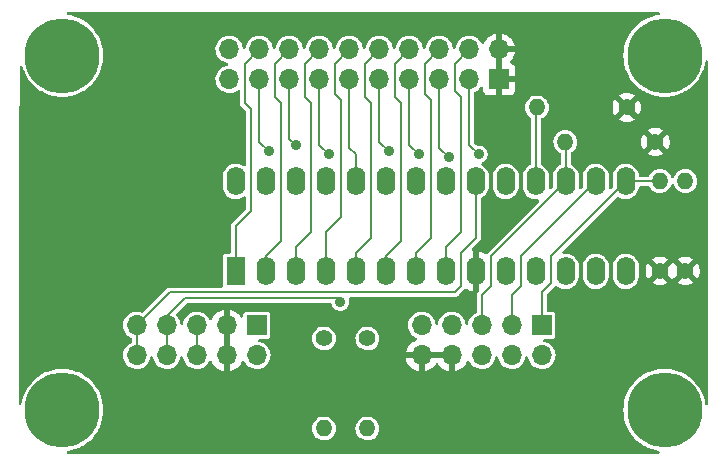
<source format=gtl>
%TF.GenerationSoftware,KiCad,Pcbnew,(6.0.1)*%
%TF.CreationDate,2022-05-24T08:04:28-04:00*%
%TF.ProjectId,SWLEDX8-I2C,53574c45-4458-4382-9d49-32432e6b6963,X1*%
%TF.SameCoordinates,Original*%
%TF.FileFunction,Copper,L1,Top*%
%TF.FilePolarity,Positive*%
%FSLAX46Y46*%
G04 Gerber Fmt 4.6, Leading zero omitted, Abs format (unit mm)*
G04 Created by KiCad (PCBNEW (6.0.1)) date 2022-05-24 08:04:28*
%MOMM*%
%LPD*%
G01*
G04 APERTURE LIST*
%TA.AperFunction,ComponentPad*%
%ADD10C,1.400000*%
%TD*%
%TA.AperFunction,ComponentPad*%
%ADD11O,1.400000X1.400000*%
%TD*%
%TA.AperFunction,ComponentPad*%
%ADD12C,6.350000*%
%TD*%
%TA.AperFunction,ComponentPad*%
%ADD13R,1.700000X1.700000*%
%TD*%
%TA.AperFunction,ComponentPad*%
%ADD14O,1.700000X1.700000*%
%TD*%
%TA.AperFunction,ComponentPad*%
%ADD15R,1.600000X2.400000*%
%TD*%
%TA.AperFunction,ComponentPad*%
%ADD16O,1.600000X2.400000*%
%TD*%
%TA.AperFunction,ViaPad*%
%ADD17C,0.889000*%
%TD*%
%TA.AperFunction,Conductor*%
%ADD18C,0.203200*%
%TD*%
G04 APERTURE END LIST*
D10*
%TO.P,R1,1*%
%TO.N,VCC*%
X51816000Y-8382000D03*
D11*
%TO.P,R1,2*%
%TO.N,/RST*%
X44196000Y-8382000D03*
%TD*%
D10*
%TO.P,R3,1*%
%TO.N,VCC*%
X54610000Y-22225000D03*
D11*
%TO.P,R3,2*%
%TO.N,/A0*%
X54610000Y-14605000D03*
%TD*%
D10*
%TO.P,R4,1*%
%TO.N,VCC*%
X56769000Y-22225000D03*
D11*
%TO.P,R4,2*%
%TO.N,/A1*%
X56769000Y-14605000D03*
%TD*%
D10*
%TO.P,R2,1*%
%TO.N,VCC*%
X54229000Y-11303000D03*
D11*
%TO.P,R2,2*%
%TO.N,/A2*%
X46609000Y-11303000D03*
%TD*%
D10*
%TO.P,R5,1*%
%TO.N,/SCL*%
X26162000Y-27940000D03*
D11*
%TO.P,R5,2*%
%TO.N,Net-(P3-Pad9)*%
X26162000Y-35560000D03*
%TD*%
D10*
%TO.P,R6,1*%
%TO.N,/SDA*%
X29845000Y-27940000D03*
D11*
%TO.P,R6,2*%
%TO.N,Net-(P3-Pad7)*%
X29845000Y-35560000D03*
%TD*%
D12*
%TO.P,MTG?1,1*%
%TO.N,N/C*%
X55000000Y-34000000D03*
%TD*%
%TO.P,MTG1,1*%
%TO.N,N/C*%
X55000000Y-4000000D03*
%TD*%
%TO.P,MTG2,1*%
%TO.N,N/C*%
X4000000Y-4000000D03*
%TD*%
%TO.P,MTG3,1*%
%TO.N,N/C*%
X4000000Y-34000000D03*
%TD*%
D13*
%TO.P,P3,1,P1*%
%TO.N,/A0*%
X44610000Y-26830000D03*
D14*
%TO.P,P3,2,P2*%
%TO.N,GND*%
X44610000Y-29370000D03*
%TO.P,P3,3,P3*%
%TO.N,/A1*%
X42070000Y-26830000D03*
%TO.P,P3,4,P4*%
%TO.N,GND*%
X42070000Y-29370000D03*
%TO.P,P3,5,P5*%
%TO.N,/A2*%
X39530000Y-26830000D03*
%TO.P,P3,6,P6*%
%TO.N,GND*%
X39530000Y-29370000D03*
%TO.P,P3,7,P7*%
%TO.N,Net-(P3-Pad7)*%
X36990000Y-26830000D03*
%TO.P,P3,8,P8*%
%TO.N,VCC*%
X36990000Y-29370000D03*
%TO.P,P3,9,P9*%
%TO.N,Net-(P3-Pad9)*%
X34450000Y-26830000D03*
%TO.P,P3,10,P10*%
%TO.N,VCC*%
X34450000Y-29370000D03*
%TD*%
D15*
%TO.P,U1,1,GPB0*%
%TO.N,/L7*%
X18702000Y-22258000D03*
D16*
%TO.P,U1,2,GPB1*%
%TO.N,/L6*%
X21242000Y-22258000D03*
%TO.P,U1,3,GPB2*%
%TO.N,/L5*%
X23782000Y-22258000D03*
%TO.P,U1,4,GPB3*%
%TO.N,/L4*%
X26322000Y-22258000D03*
%TO.P,U1,5,GPB4*%
%TO.N,/L3*%
X28862000Y-22258000D03*
%TO.P,U1,6,GPB5*%
%TO.N,/L2*%
X31402000Y-22258000D03*
%TO.P,U1,7,GPB6*%
%TO.N,/L1*%
X33942000Y-22258000D03*
%TO.P,U1,8,GPB7*%
%TO.N,/L0*%
X36482000Y-22258000D03*
%TO.P,U1,9,VDD*%
%TO.N,VCC*%
X39022000Y-22258000D03*
%TO.P,U1,10,VSS*%
%TO.N,GND*%
X41562000Y-22258000D03*
%TO.P,U1,11*%
%TO.N,N/C*%
X44102000Y-22258000D03*
%TO.P,U1,12,SCL*%
%TO.N,/SCL*%
X46642000Y-22258000D03*
%TO.P,U1,13,SDA*%
%TO.N,/SDA*%
X49182000Y-22258000D03*
%TO.P,U1,14*%
%TO.N,N/C*%
X51722000Y-22258000D03*
%TO.P,U1,15,A0*%
%TO.N,/A0*%
X51722000Y-14638000D03*
%TO.P,U1,16,A1*%
%TO.N,/A1*%
X49182000Y-14638000D03*
%TO.P,U1,17,A2*%
%TO.N,/A2*%
X46642000Y-14638000D03*
%TO.P,U1,18,~{RST}*%
%TO.N,/RST*%
X44102000Y-14638000D03*
%TO.P,U1,19,INTB*%
%TO.N,unconnected-(U1-Pad19)*%
X41562000Y-14638000D03*
%TO.P,U1,20,INTA*%
%TO.N,/INTS*%
X39022000Y-14638000D03*
%TO.P,U1,21,GPA0*%
%TO.N,/S7*%
X36482000Y-14638000D03*
%TO.P,U1,22,GPA1*%
%TO.N,/S6*%
X33942000Y-14638000D03*
%TO.P,U1,23,GPA2*%
%TO.N,/S5*%
X31402000Y-14638000D03*
%TO.P,U1,24,GPS3*%
%TO.N,/S4*%
X28862000Y-14638000D03*
%TO.P,U1,25,GPA4*%
%TO.N,/S3*%
X26322000Y-14638000D03*
%TO.P,U1,26,GPA5*%
%TO.N,/S2*%
X23782000Y-14638000D03*
%TO.P,U1,27,GPA6*%
%TO.N,/S1*%
X21242000Y-14638000D03*
%TO.P,U1,28,GPA7*%
%TO.N,/S0*%
X18702000Y-14638000D03*
%TD*%
D13*
%TO.P,P2,1,P1*%
%TO.N,GND*%
X20480000Y-26830000D03*
D14*
%TO.P,P2,2,P2*%
X20480000Y-29370000D03*
%TO.P,P2,3,P3*%
%TO.N,VCC*%
X17940000Y-26830000D03*
%TO.P,P2,4,P4*%
X17940000Y-29370000D03*
%TO.P,P2,5,P5*%
%TO.N,/SDA*%
X15400000Y-26830000D03*
%TO.P,P2,6,P6*%
X15400000Y-29370000D03*
%TO.P,P2,7,P7*%
%TO.N,/SCL*%
X12860000Y-26830000D03*
%TO.P,P2,8,P8*%
X12860000Y-29370000D03*
%TO.P,P2,9,P9*%
%TO.N,/INTS*%
X10320000Y-26830000D03*
%TO.P,P2,10,P10*%
X10320000Y-29370000D03*
%TD*%
D13*
%TO.P,P1,1,P1*%
%TO.N,VCC*%
X41000000Y-6000000D03*
D14*
%TO.P,P1,2,P2*%
X41000000Y-3460000D03*
%TO.P,P1,3,P3*%
%TO.N,/S0*%
X38460000Y-6000000D03*
%TO.P,P1,4,P4*%
%TO.N,/L0*%
X38460000Y-3460000D03*
%TO.P,P1,5,P5*%
%TO.N,/S1*%
X35920000Y-6000000D03*
%TO.P,P1,6,P6*%
%TO.N,/L1*%
X35920000Y-3460000D03*
%TO.P,P1,7,P7*%
%TO.N,/S2*%
X33380000Y-6000000D03*
%TO.P,P1,8,P8*%
%TO.N,/L2*%
X33380000Y-3460000D03*
%TO.P,P1,9,P9*%
%TO.N,/S3*%
X30840000Y-6000000D03*
%TO.P,P1,10,P10*%
%TO.N,/L3*%
X30840000Y-3460000D03*
%TO.P,P1,11,P11*%
%TO.N,/S4*%
X28300000Y-6000000D03*
%TO.P,P1,12,P12*%
%TO.N,/L4*%
X28300000Y-3460000D03*
%TO.P,P1,13,P13*%
%TO.N,/S5*%
X25760000Y-6000000D03*
%TO.P,P1,14,P14*%
%TO.N,/L5*%
X25760000Y-3460000D03*
%TO.P,P1,15,P15*%
%TO.N,/S6*%
X23220000Y-6000000D03*
%TO.P,P1,16,P16*%
%TO.N,/L6*%
X23220000Y-3460000D03*
%TO.P,P1,17,P17*%
%TO.N,/S7*%
X20680000Y-6000000D03*
%TO.P,P1,18,P18*%
%TO.N,/L7*%
X20680000Y-3460000D03*
%TO.P,P1,19,P19*%
%TO.N,GND*%
X18140000Y-6000000D03*
%TO.P,P1,20,P20*%
X18140000Y-3460000D03*
%TD*%
D17*
%TO.N,/S5*%
X26576000Y-12352000D03*
%TO.N,/S6*%
X23782000Y-11590000D03*
%TO.N,/S7*%
X21496000Y-12098000D03*
%TO.N,/SCL*%
X27559000Y-24835600D03*
%TO.N,/S0*%
X39276000Y-12352000D03*
%TO.N,/S1*%
X36736000Y-12606000D03*
%TO.N,/S2*%
X34196000Y-12352000D03*
%TO.N,/S3*%
X31656000Y-12098000D03*
%TD*%
D18*
%TO.N,/L0*%
X36482000Y-20226000D02*
X37752000Y-18956000D01*
X37752000Y-18956000D02*
X37752000Y-7526000D01*
X37752000Y-7526000D02*
X37244000Y-7018000D01*
X37244000Y-7018000D02*
X37244000Y-4676000D01*
X37244000Y-4676000D02*
X38460000Y-3460000D01*
X36482000Y-22258000D02*
X36482000Y-20226000D01*
%TO.N,/L1*%
X33942000Y-20734000D02*
X35212000Y-19464000D01*
X35212000Y-19464000D02*
X35212000Y-7780000D01*
X35212000Y-7780000D02*
X34704000Y-7272000D01*
X34704000Y-7272000D02*
X34704000Y-4676000D01*
X34704000Y-4676000D02*
X35920000Y-3460000D01*
X33942000Y-22258000D02*
X33942000Y-20734000D01*
%TO.N,/L2*%
X31402000Y-20988000D02*
X32672000Y-19718000D01*
X32672000Y-19718000D02*
X32672000Y-8034000D01*
X32672000Y-8034000D02*
X32164000Y-7526000D01*
X32164000Y-7526000D02*
X32164000Y-4676000D01*
X32164000Y-4676000D02*
X33380000Y-3460000D01*
X31402000Y-22258000D02*
X31402000Y-20988000D01*
%TO.N,/L3*%
X28862000Y-20734000D02*
X30132000Y-19464000D01*
X30132000Y-19464000D02*
X30132000Y-8034000D01*
X30132000Y-8034000D02*
X29624000Y-7526000D01*
X29624000Y-7526000D02*
X29624000Y-4676000D01*
X29624000Y-4676000D02*
X30840000Y-3460000D01*
X28862000Y-22258000D02*
X28862000Y-20734000D01*
%TO.N,/L4*%
X26322000Y-18956000D02*
X27592000Y-17686000D01*
X27592000Y-17686000D02*
X27592000Y-7780000D01*
X27592000Y-7780000D02*
X27084000Y-7272000D01*
X27084000Y-7272000D02*
X27084000Y-4676000D01*
X27084000Y-4676000D02*
X28300000Y-3460000D01*
X26322000Y-22258000D02*
X26322000Y-18956000D01*
%TO.N,/L5*%
X23782000Y-20226000D02*
X25052000Y-18956000D01*
X25052000Y-18956000D02*
X25052000Y-8034000D01*
X25052000Y-8034000D02*
X24544000Y-7526000D01*
X24544000Y-7526000D02*
X24544000Y-4676000D01*
X24544000Y-4676000D02*
X25760000Y-3460000D01*
X23782000Y-22258000D02*
X23782000Y-20226000D01*
%TO.N,/L6*%
X21242000Y-20988000D02*
X22512000Y-19718000D01*
X22512000Y-19718000D02*
X22512000Y-8034000D01*
X22512000Y-8034000D02*
X22004000Y-7526000D01*
X22004000Y-7526000D02*
X22004000Y-4676000D01*
X22004000Y-4676000D02*
X23220000Y-3460000D01*
X21242000Y-22258000D02*
X21242000Y-20988000D01*
%TO.N,/L7*%
X18702000Y-18448000D02*
X19972000Y-17178000D01*
X19972000Y-17178000D02*
X19972000Y-8542000D01*
X19972000Y-8542000D02*
X19464000Y-8034000D01*
X19464000Y-8034000D02*
X19464000Y-4676000D01*
X19464000Y-4676000D02*
X20680000Y-3460000D01*
X18702000Y-22258000D02*
X18702000Y-18448000D01*
%TO.N,/S4*%
X28300000Y-11790000D02*
X28862000Y-12352000D01*
X28862000Y-12352000D02*
X28862000Y-14638000D01*
X28300000Y-6000000D02*
X28300000Y-11790000D01*
%TO.N,/S5*%
X26576000Y-12352000D02*
X25760000Y-11536000D01*
X25760000Y-11536000D02*
X25760000Y-6000000D01*
%TO.N,/S6*%
X23782000Y-11590000D02*
X23220000Y-11028000D01*
X23220000Y-11028000D02*
X23220000Y-6000000D01*
%TO.N,/S7*%
X21496000Y-12098000D02*
X20680000Y-11282000D01*
X20680000Y-11282000D02*
X20680000Y-6000000D01*
%TO.N,/SDA*%
X15400000Y-29370000D02*
X15400000Y-26830000D01*
%TO.N,/SCL*%
X12860000Y-26068000D02*
X14384000Y-24544000D01*
X14384000Y-24544000D02*
X27267400Y-24544000D01*
X27559000Y-24835600D02*
X27267400Y-24544000D01*
X12860000Y-29370000D02*
X12860000Y-26830000D01*
X12860000Y-26830000D02*
X12860000Y-26068000D01*
%TO.N,/INTS*%
X37752000Y-23528000D02*
X37752000Y-20734000D01*
X37752000Y-20734000D02*
X39022000Y-19464000D01*
X39022000Y-19464000D02*
X39022000Y-14638000D01*
X13114000Y-24036000D02*
X10320000Y-26830000D01*
X37244000Y-24036000D02*
X37752000Y-23528000D01*
X13114000Y-24036000D02*
X37244000Y-24036000D01*
X10320000Y-29370000D02*
X10320000Y-26830000D01*
%TO.N,/S0*%
X39276000Y-12352000D02*
X38460000Y-11536000D01*
X38460000Y-11536000D02*
X38460000Y-6000000D01*
%TO.N,/S1*%
X35920000Y-11790000D02*
X36736000Y-12606000D01*
X35920000Y-6000000D02*
X35920000Y-11790000D01*
%TO.N,/S2*%
X33380000Y-11536000D02*
X34196000Y-12352000D01*
X33380000Y-6000000D02*
X33380000Y-11536000D01*
%TO.N,/S3*%
X30840000Y-11282000D02*
X31656000Y-12098000D01*
X30840000Y-6000000D02*
X30840000Y-11282000D01*
%TO.N,/A1*%
X42070000Y-24290000D02*
X42832000Y-23528000D01*
X42832000Y-23528000D02*
X42832000Y-20988000D01*
X42832000Y-20988000D02*
X49182000Y-14638000D01*
X42070000Y-26830000D02*
X42070000Y-24290000D01*
%TO.N,/A0*%
X44610000Y-24036000D02*
X45372000Y-23274000D01*
X45372000Y-23274000D02*
X45372000Y-20988000D01*
X45372000Y-20988000D02*
X51722000Y-14638000D01*
X51722000Y-14638000D02*
X54577000Y-14638000D01*
X54577000Y-14638000D02*
X54610000Y-14605000D01*
X44610000Y-26830000D02*
X44610000Y-24036000D01*
%TO.N,/RST*%
X44102000Y-14638000D02*
X44102000Y-8476000D01*
X44102000Y-8476000D02*
X44196000Y-8382000D01*
%TO.N,/A2*%
X39530000Y-24290000D02*
X40292000Y-23528000D01*
X40292000Y-23528000D02*
X40292000Y-20988000D01*
X40292000Y-20988000D02*
X46642000Y-14638000D01*
X46642000Y-11336000D02*
X46609000Y-11303000D01*
X46642000Y-14638000D02*
X46642000Y-11336000D01*
X39530000Y-26830000D02*
X39530000Y-24290000D01*
%TD*%
%TA.AperFunction,Conductor*%
%TO.N,VCC*%
G36*
X54550059Y-324802D02*
G01*
X54596552Y-378458D01*
X54606656Y-448732D01*
X54577162Y-513312D01*
X54517436Y-551696D01*
X54501650Y-555249D01*
X54275412Y-591081D01*
X53923052Y-685496D01*
X53582492Y-816225D01*
X53579552Y-817723D01*
X53260403Y-980337D01*
X53260396Y-980341D01*
X53257462Y-981836D01*
X52951524Y-1180514D01*
X52668029Y-1410084D01*
X52410084Y-1668029D01*
X52180514Y-1951524D01*
X51981836Y-2257462D01*
X51980341Y-2260396D01*
X51980337Y-2260403D01*
X51901195Y-2415729D01*
X51816225Y-2582492D01*
X51685496Y-2923052D01*
X51591081Y-3275412D01*
X51577111Y-3363619D01*
X51535390Y-3627036D01*
X51534016Y-3635710D01*
X51514924Y-4000000D01*
X51534016Y-4364290D01*
X51534529Y-4367530D01*
X51534530Y-4367538D01*
X51558222Y-4517120D01*
X51591081Y-4724588D01*
X51685496Y-5076948D01*
X51686681Y-5080036D01*
X51686682Y-5080038D01*
X51696390Y-5105328D01*
X51816225Y-5417508D01*
X51817723Y-5420448D01*
X51976697Y-5732452D01*
X51981836Y-5742538D01*
X51983632Y-5745304D01*
X51983634Y-5745307D01*
X52114039Y-5946113D01*
X52180514Y-6048476D01*
X52410084Y-6331971D01*
X52668029Y-6589916D01*
X52951524Y-6819486D01*
X52954299Y-6821288D01*
X53156350Y-6952501D01*
X53257462Y-7018164D01*
X53260396Y-7019659D01*
X53260403Y-7019663D01*
X53546992Y-7165687D01*
X53582492Y-7183775D01*
X53923052Y-7314504D01*
X54275412Y-7408919D01*
X54456625Y-7437620D01*
X54632462Y-7465470D01*
X54632470Y-7465471D01*
X54635710Y-7465984D01*
X55000000Y-7485076D01*
X55364290Y-7465984D01*
X55367530Y-7465471D01*
X55367538Y-7465470D01*
X55543375Y-7437620D01*
X55724588Y-7408919D01*
X56076948Y-7314504D01*
X56417508Y-7183775D01*
X56453008Y-7165687D01*
X56739597Y-7019663D01*
X56739604Y-7019659D01*
X56742538Y-7018164D01*
X56843651Y-6952501D01*
X57045701Y-6821288D01*
X57048476Y-6819486D01*
X57331971Y-6589916D01*
X57589916Y-6331971D01*
X57819486Y-6048476D01*
X57885961Y-5946113D01*
X58016366Y-5745307D01*
X58016368Y-5745304D01*
X58018164Y-5742538D01*
X58023304Y-5732452D01*
X58182277Y-5420448D01*
X58183775Y-5417508D01*
X58303610Y-5105328D01*
X58313318Y-5080038D01*
X58313319Y-5080036D01*
X58314504Y-5076948D01*
X58408919Y-4724588D01*
X58444751Y-4498351D01*
X58475163Y-4434198D01*
X58535431Y-4396671D01*
X58606421Y-4397685D01*
X58665593Y-4436918D01*
X58694161Y-4501913D01*
X58695200Y-4518062D01*
X58695200Y-33481938D01*
X58675198Y-33550059D01*
X58621542Y-33596552D01*
X58551268Y-33606656D01*
X58486688Y-33577162D01*
X58448304Y-33517436D01*
X58444751Y-33501649D01*
X58409435Y-33278673D01*
X58408919Y-33275412D01*
X58314504Y-32923052D01*
X58183775Y-32582492D01*
X58018164Y-32257462D01*
X57819486Y-31951524D01*
X57589916Y-31668029D01*
X57331971Y-31410084D01*
X57048476Y-31180514D01*
X56742538Y-30981836D01*
X56739604Y-30980341D01*
X56739597Y-30980337D01*
X56420448Y-30817723D01*
X56417508Y-30816225D01*
X56210297Y-30736684D01*
X56080038Y-30686682D01*
X56080036Y-30686681D01*
X56076948Y-30685496D01*
X55724588Y-30591081D01*
X55533013Y-30560739D01*
X55367538Y-30534530D01*
X55367530Y-30534529D01*
X55364290Y-30534016D01*
X55000000Y-30514924D01*
X54635710Y-30534016D01*
X54632470Y-30534529D01*
X54632462Y-30534530D01*
X54466987Y-30560739D01*
X54275412Y-30591081D01*
X53923052Y-30685496D01*
X53919964Y-30686681D01*
X53919962Y-30686682D01*
X53789703Y-30736684D01*
X53582492Y-30816225D01*
X53579552Y-30817723D01*
X53260403Y-30980337D01*
X53260396Y-30980341D01*
X53257462Y-30981836D01*
X52951524Y-31180514D01*
X52668029Y-31410084D01*
X52410084Y-31668029D01*
X52180514Y-31951524D01*
X51981836Y-32257462D01*
X51816225Y-32582492D01*
X51685496Y-32923052D01*
X51591081Y-33275412D01*
X51590565Y-33278673D01*
X51538618Y-33606656D01*
X51534016Y-33635710D01*
X51514924Y-34000000D01*
X51534016Y-34364290D01*
X51591081Y-34724588D01*
X51685496Y-35076948D01*
X51816225Y-35417508D01*
X51817723Y-35420448D01*
X51978613Y-35736212D01*
X51981836Y-35742538D01*
X52180514Y-36048476D01*
X52410084Y-36331971D01*
X52668029Y-36589916D01*
X52951524Y-36819486D01*
X53257462Y-37018164D01*
X53260396Y-37019659D01*
X53260403Y-37019663D01*
X53363998Y-37072447D01*
X53582492Y-37183775D01*
X53923052Y-37314504D01*
X54275412Y-37408919D01*
X54501649Y-37444751D01*
X54565802Y-37475163D01*
X54603329Y-37535431D01*
X54602315Y-37606421D01*
X54563082Y-37665593D01*
X54498087Y-37694161D01*
X54481938Y-37695200D01*
X4518062Y-37695200D01*
X4449941Y-37675198D01*
X4403448Y-37621542D01*
X4393344Y-37551268D01*
X4422838Y-37486688D01*
X4482564Y-37448304D01*
X4498351Y-37444751D01*
X4724588Y-37408919D01*
X5076948Y-37314504D01*
X5417508Y-37183775D01*
X5636002Y-37072447D01*
X5739597Y-37019663D01*
X5739604Y-37019659D01*
X5742538Y-37018164D01*
X6048476Y-36819486D01*
X6331971Y-36589916D01*
X6589916Y-36331971D01*
X6819486Y-36048476D01*
X7018164Y-35742538D01*
X7021388Y-35736212D01*
X7118358Y-35545896D01*
X25151934Y-35545896D01*
X25168432Y-35742354D01*
X25222773Y-35931866D01*
X25225592Y-35937351D01*
X25310072Y-36101732D01*
X25310075Y-36101737D01*
X25312890Y-36107214D01*
X25435349Y-36261719D01*
X25440042Y-36265713D01*
X25440043Y-36265714D01*
X25514870Y-36329396D01*
X25585486Y-36389495D01*
X25757582Y-36485677D01*
X25945082Y-36546599D01*
X26140845Y-36569942D01*
X26146980Y-36569470D01*
X26146982Y-36569470D01*
X26331272Y-36555290D01*
X26331277Y-36555289D01*
X26337413Y-36554817D01*
X26343343Y-36553161D01*
X26343345Y-36553161D01*
X26432357Y-36528308D01*
X26527300Y-36501800D01*
X26555449Y-36487581D01*
X26697772Y-36415689D01*
X26697774Y-36415688D01*
X26703273Y-36412910D01*
X26858629Y-36291532D01*
X26987450Y-36142291D01*
X27038207Y-36052943D01*
X27081785Y-35976234D01*
X27081787Y-35976229D01*
X27084831Y-35970871D01*
X27147061Y-35783800D01*
X27171770Y-35588205D01*
X27172164Y-35560000D01*
X27170781Y-35545896D01*
X28834934Y-35545896D01*
X28851432Y-35742354D01*
X28905773Y-35931866D01*
X28908592Y-35937351D01*
X28993072Y-36101732D01*
X28993075Y-36101737D01*
X28995890Y-36107214D01*
X29118349Y-36261719D01*
X29123042Y-36265713D01*
X29123043Y-36265714D01*
X29197870Y-36329396D01*
X29268486Y-36389495D01*
X29440582Y-36485677D01*
X29628082Y-36546599D01*
X29823845Y-36569942D01*
X29829980Y-36569470D01*
X29829982Y-36569470D01*
X30014272Y-36555290D01*
X30014277Y-36555289D01*
X30020413Y-36554817D01*
X30026343Y-36553161D01*
X30026345Y-36553161D01*
X30115357Y-36528308D01*
X30210300Y-36501800D01*
X30238449Y-36487581D01*
X30380772Y-36415689D01*
X30380774Y-36415688D01*
X30386273Y-36412910D01*
X30541629Y-36291532D01*
X30670450Y-36142291D01*
X30721207Y-36052943D01*
X30764785Y-35976234D01*
X30764787Y-35976229D01*
X30767831Y-35970871D01*
X30830061Y-35783800D01*
X30854770Y-35588205D01*
X30855164Y-35560000D01*
X30835926Y-35363791D01*
X30778943Y-35175056D01*
X30686387Y-35000984D01*
X30561783Y-34848204D01*
X30409877Y-34722536D01*
X30404460Y-34719607D01*
X30404457Y-34719605D01*
X30241872Y-34631696D01*
X30241868Y-34631694D01*
X30236454Y-34628767D01*
X30230574Y-34626947D01*
X30230572Y-34626946D01*
X30142288Y-34599618D01*
X30048122Y-34570468D01*
X30042004Y-34569825D01*
X30041999Y-34569824D01*
X29858181Y-34550505D01*
X29858179Y-34550505D01*
X29852052Y-34549861D01*
X29769586Y-34557366D01*
X29661853Y-34567170D01*
X29661850Y-34567171D01*
X29655714Y-34567729D01*
X29649808Y-34569467D01*
X29649804Y-34569468D01*
X29508547Y-34611042D01*
X29466586Y-34623392D01*
X29291871Y-34714731D01*
X29287071Y-34718591D01*
X29287070Y-34718591D01*
X29275645Y-34727777D01*
X29138225Y-34838265D01*
X29011500Y-34989291D01*
X29008536Y-34994683D01*
X29008533Y-34994687D01*
X28931362Y-35135063D01*
X28916523Y-35162054D01*
X28914662Y-35167921D01*
X28914661Y-35167923D01*
X28912399Y-35175056D01*
X28856911Y-35349975D01*
X28834934Y-35545896D01*
X27170781Y-35545896D01*
X27152926Y-35363791D01*
X27095943Y-35175056D01*
X27003387Y-35000984D01*
X26878783Y-34848204D01*
X26726877Y-34722536D01*
X26721460Y-34719607D01*
X26721457Y-34719605D01*
X26558872Y-34631696D01*
X26558868Y-34631694D01*
X26553454Y-34628767D01*
X26547574Y-34626947D01*
X26547572Y-34626946D01*
X26459288Y-34599618D01*
X26365122Y-34570468D01*
X26359004Y-34569825D01*
X26358999Y-34569824D01*
X26175181Y-34550505D01*
X26175179Y-34550505D01*
X26169052Y-34549861D01*
X26086586Y-34557366D01*
X25978853Y-34567170D01*
X25978850Y-34567171D01*
X25972714Y-34567729D01*
X25966808Y-34569467D01*
X25966804Y-34569468D01*
X25825547Y-34611042D01*
X25783586Y-34623392D01*
X25608871Y-34714731D01*
X25604071Y-34718591D01*
X25604070Y-34718591D01*
X25592645Y-34727777D01*
X25455225Y-34838265D01*
X25328500Y-34989291D01*
X25325536Y-34994683D01*
X25325533Y-34994687D01*
X25248362Y-35135063D01*
X25233523Y-35162054D01*
X25231662Y-35167921D01*
X25231661Y-35167923D01*
X25229399Y-35175056D01*
X25173911Y-35349975D01*
X25151934Y-35545896D01*
X7118358Y-35545896D01*
X7182277Y-35420448D01*
X7183775Y-35417508D01*
X7314504Y-35076948D01*
X7408919Y-34724588D01*
X7465984Y-34364290D01*
X7485076Y-34000000D01*
X7465984Y-33635710D01*
X7461383Y-33606656D01*
X7409435Y-33278673D01*
X7408919Y-33275412D01*
X7314504Y-32923052D01*
X7183775Y-32582492D01*
X7018164Y-32257462D01*
X6819486Y-31951524D01*
X6589916Y-31668029D01*
X6331971Y-31410084D01*
X6048476Y-31180514D01*
X5742538Y-30981836D01*
X5739604Y-30980341D01*
X5739597Y-30980337D01*
X5420448Y-30817723D01*
X5417508Y-30816225D01*
X5210297Y-30736684D01*
X5080038Y-30686682D01*
X5080036Y-30686681D01*
X5076948Y-30685496D01*
X4724588Y-30591081D01*
X4533013Y-30560739D01*
X4367538Y-30534530D01*
X4367530Y-30534529D01*
X4364290Y-30534016D01*
X4000000Y-30514924D01*
X3635710Y-30534016D01*
X3632470Y-30534529D01*
X3632462Y-30534530D01*
X3466987Y-30560739D01*
X3275412Y-30591081D01*
X2923052Y-30685496D01*
X2919964Y-30686681D01*
X2919962Y-30686682D01*
X2789703Y-30736684D01*
X2582492Y-30816225D01*
X2579552Y-30817723D01*
X2260403Y-30980337D01*
X2260396Y-30980341D01*
X2257462Y-30981836D01*
X1951524Y-31180514D01*
X1668029Y-31410084D01*
X1410084Y-31668029D01*
X1180514Y-31951524D01*
X981836Y-32257462D01*
X816225Y-32582492D01*
X685496Y-32923052D01*
X591081Y-33275412D01*
X590565Y-33278673D01*
X555249Y-33501649D01*
X524837Y-33565802D01*
X464569Y-33603329D01*
X393579Y-33602315D01*
X334407Y-33563082D01*
X305839Y-33498087D01*
X304800Y-33481938D01*
X304800Y-29339628D01*
X9160149Y-29339628D01*
X9174036Y-29551503D01*
X9226301Y-29757299D01*
X9315195Y-29950124D01*
X9437740Y-30123521D01*
X9510202Y-30194111D01*
X9574567Y-30256812D01*
X9589832Y-30271683D01*
X9594628Y-30274888D01*
X9594631Y-30274890D01*
X9665886Y-30322501D01*
X9766377Y-30389647D01*
X9771685Y-30391928D01*
X9771686Y-30391928D01*
X9956160Y-30471184D01*
X9956163Y-30471185D01*
X9961463Y-30473462D01*
X9967092Y-30474736D01*
X9967093Y-30474736D01*
X10162921Y-30519048D01*
X10162924Y-30519048D01*
X10168557Y-30520323D01*
X10174328Y-30520550D01*
X10174330Y-30520550D01*
X10239086Y-30523094D01*
X10380723Y-30528659D01*
X10485789Y-30513425D01*
X10585141Y-30499020D01*
X10585146Y-30499019D01*
X10590855Y-30498191D01*
X10596319Y-30496336D01*
X10596324Y-30496335D01*
X10786448Y-30431796D01*
X10791916Y-30429940D01*
X10977172Y-30326192D01*
X11140420Y-30190420D01*
X11276192Y-30027172D01*
X11379940Y-29841916D01*
X11448191Y-29640855D01*
X11449019Y-29635146D01*
X11449020Y-29635141D01*
X11460334Y-29557105D01*
X11463287Y-29536738D01*
X11492857Y-29472193D01*
X11552628Y-29433881D01*
X11623625Y-29433965D01*
X11683305Y-29472420D01*
X11712722Y-29537036D01*
X11713565Y-29545147D01*
X11713658Y-29545733D01*
X11714036Y-29551503D01*
X11766301Y-29757299D01*
X11855195Y-29950124D01*
X11977740Y-30123521D01*
X12050202Y-30194111D01*
X12114567Y-30256812D01*
X12129832Y-30271683D01*
X12134628Y-30274888D01*
X12134631Y-30274890D01*
X12205886Y-30322501D01*
X12306377Y-30389647D01*
X12311685Y-30391928D01*
X12311686Y-30391928D01*
X12496160Y-30471184D01*
X12496163Y-30471185D01*
X12501463Y-30473462D01*
X12507092Y-30474736D01*
X12507093Y-30474736D01*
X12702921Y-30519048D01*
X12702924Y-30519048D01*
X12708557Y-30520323D01*
X12714328Y-30520550D01*
X12714330Y-30520550D01*
X12779086Y-30523094D01*
X12920723Y-30528659D01*
X13025789Y-30513425D01*
X13125141Y-30499020D01*
X13125146Y-30499019D01*
X13130855Y-30498191D01*
X13136319Y-30496336D01*
X13136324Y-30496335D01*
X13326448Y-30431796D01*
X13331916Y-30429940D01*
X13517172Y-30326192D01*
X13680420Y-30190420D01*
X13816192Y-30027172D01*
X13919940Y-29841916D01*
X13988191Y-29640855D01*
X13989019Y-29635146D01*
X13989020Y-29635141D01*
X14000334Y-29557105D01*
X14003287Y-29536738D01*
X14032857Y-29472193D01*
X14092628Y-29433881D01*
X14163625Y-29433965D01*
X14223305Y-29472420D01*
X14252722Y-29537036D01*
X14253565Y-29545147D01*
X14253658Y-29545733D01*
X14254036Y-29551503D01*
X14306301Y-29757299D01*
X14395195Y-29950124D01*
X14517740Y-30123521D01*
X14590202Y-30194111D01*
X14654567Y-30256812D01*
X14669832Y-30271683D01*
X14674628Y-30274888D01*
X14674631Y-30274890D01*
X14745886Y-30322501D01*
X14846377Y-30389647D01*
X14851685Y-30391928D01*
X14851686Y-30391928D01*
X15036160Y-30471184D01*
X15036163Y-30471185D01*
X15041463Y-30473462D01*
X15047092Y-30474736D01*
X15047093Y-30474736D01*
X15242921Y-30519048D01*
X15242924Y-30519048D01*
X15248557Y-30520323D01*
X15254328Y-30520550D01*
X15254330Y-30520550D01*
X15319086Y-30523094D01*
X15460723Y-30528659D01*
X15565789Y-30513425D01*
X15665141Y-30499020D01*
X15665146Y-30499019D01*
X15670855Y-30498191D01*
X15676319Y-30496336D01*
X15676324Y-30496335D01*
X15866448Y-30431796D01*
X15871916Y-30429940D01*
X16057172Y-30326192D01*
X16220420Y-30190420D01*
X16356192Y-30027172D01*
X16451243Y-29857447D01*
X16501978Y-29807786D01*
X16571510Y-29793438D01*
X16637760Y-29818960D01*
X16677919Y-29871610D01*
X16721770Y-29979603D01*
X16726413Y-29988794D01*
X16837694Y-30170388D01*
X16843777Y-30178699D01*
X16983213Y-30339667D01*
X16990580Y-30346883D01*
X17154434Y-30482916D01*
X17162881Y-30488831D01*
X17346756Y-30596279D01*
X17356042Y-30600729D01*
X17555001Y-30676703D01*
X17564899Y-30679579D01*
X17668250Y-30700606D01*
X17682299Y-30699410D01*
X17686000Y-30689065D01*
X17686000Y-30688517D01*
X18194000Y-30688517D01*
X18198064Y-30702359D01*
X18211478Y-30704393D01*
X18218184Y-30703534D01*
X18228262Y-30701392D01*
X18432255Y-30640191D01*
X18441842Y-30636433D01*
X18633095Y-30542739D01*
X18641945Y-30537464D01*
X18815328Y-30413792D01*
X18823200Y-30407139D01*
X18974052Y-30256812D01*
X18980730Y-30248965D01*
X19105003Y-30076020D01*
X19110313Y-30067183D01*
X19204673Y-29876260D01*
X19205578Y-29873976D01*
X19206191Y-29873191D01*
X19206964Y-29871626D01*
X19207287Y-29871786D01*
X19249253Y-29818003D01*
X19316256Y-29794527D01*
X19385314Y-29811003D01*
X19437155Y-29867609D01*
X19475195Y-29950124D01*
X19597740Y-30123521D01*
X19670202Y-30194111D01*
X19734567Y-30256812D01*
X19749832Y-30271683D01*
X19754628Y-30274888D01*
X19754631Y-30274890D01*
X19825886Y-30322501D01*
X19926377Y-30389647D01*
X19931685Y-30391928D01*
X19931686Y-30391928D01*
X20116160Y-30471184D01*
X20116163Y-30471185D01*
X20121463Y-30473462D01*
X20127092Y-30474736D01*
X20127093Y-30474736D01*
X20322921Y-30519048D01*
X20322924Y-30519048D01*
X20328557Y-30520323D01*
X20334328Y-30520550D01*
X20334330Y-30520550D01*
X20399086Y-30523094D01*
X20540723Y-30528659D01*
X20645789Y-30513425D01*
X20745141Y-30499020D01*
X20745146Y-30499019D01*
X20750855Y-30498191D01*
X20756319Y-30496336D01*
X20756324Y-30496335D01*
X20946448Y-30431796D01*
X20951916Y-30429940D01*
X21137172Y-30326192D01*
X21300420Y-30190420D01*
X21436192Y-30027172D01*
X21539940Y-29841916D01*
X21608191Y-29640855D01*
X21608610Y-29637966D01*
X33118257Y-29637966D01*
X33148565Y-29772446D01*
X33151645Y-29782275D01*
X33231770Y-29979603D01*
X33236413Y-29988794D01*
X33347694Y-30170388D01*
X33353777Y-30178699D01*
X33493213Y-30339667D01*
X33500580Y-30346883D01*
X33664434Y-30482916D01*
X33672881Y-30488831D01*
X33856756Y-30596279D01*
X33866042Y-30600729D01*
X34065001Y-30676703D01*
X34074899Y-30679579D01*
X34178250Y-30700606D01*
X34192299Y-30699410D01*
X34196000Y-30689065D01*
X34196000Y-30688517D01*
X34704000Y-30688517D01*
X34708064Y-30702359D01*
X34721478Y-30704393D01*
X34728184Y-30703534D01*
X34738262Y-30701392D01*
X34942255Y-30640191D01*
X34951842Y-30636433D01*
X35143095Y-30542739D01*
X35151945Y-30537464D01*
X35325328Y-30413792D01*
X35333200Y-30407139D01*
X35484052Y-30256812D01*
X35490730Y-30248965D01*
X35618022Y-30071819D01*
X35619147Y-30072627D01*
X35666669Y-30028876D01*
X35736607Y-30016661D01*
X35802046Y-30044197D01*
X35829870Y-30076028D01*
X35887690Y-30170383D01*
X35893777Y-30178699D01*
X36033213Y-30339667D01*
X36040580Y-30346883D01*
X36204434Y-30482916D01*
X36212881Y-30488831D01*
X36396756Y-30596279D01*
X36406042Y-30600729D01*
X36605001Y-30676703D01*
X36614899Y-30679579D01*
X36718250Y-30700606D01*
X36732299Y-30699410D01*
X36736000Y-30689065D01*
X36736000Y-29642115D01*
X36731525Y-29626876D01*
X36730135Y-29625671D01*
X36722452Y-29624000D01*
X34722115Y-29624000D01*
X34706876Y-29628475D01*
X34705671Y-29629865D01*
X34704000Y-29637548D01*
X34704000Y-30688517D01*
X34196000Y-30688517D01*
X34196000Y-29642115D01*
X34191525Y-29626876D01*
X34190135Y-29625671D01*
X34182452Y-29624000D01*
X33133225Y-29624000D01*
X33119694Y-29627973D01*
X33118257Y-29637966D01*
X21608610Y-29637966D01*
X21609019Y-29635146D01*
X21609020Y-29635141D01*
X21638126Y-29434397D01*
X21638659Y-29430723D01*
X21640249Y-29370000D01*
X21625092Y-29205041D01*
X21621350Y-29164315D01*
X21621349Y-29164312D01*
X21620821Y-29158561D01*
X21608818Y-29116000D01*
X21605485Y-29104183D01*
X33114389Y-29104183D01*
X33115912Y-29112607D01*
X33128292Y-29116000D01*
X37118000Y-29116000D01*
X37186121Y-29136002D01*
X37232614Y-29189658D01*
X37244000Y-29242000D01*
X37244000Y-30688517D01*
X37248064Y-30702359D01*
X37261478Y-30704393D01*
X37268184Y-30703534D01*
X37278262Y-30701392D01*
X37482255Y-30640191D01*
X37491842Y-30636433D01*
X37683095Y-30542739D01*
X37691945Y-30537464D01*
X37865328Y-30413792D01*
X37873200Y-30407139D01*
X38024052Y-30256812D01*
X38030730Y-30248965D01*
X38155003Y-30076020D01*
X38160313Y-30067183D01*
X38254673Y-29876260D01*
X38255578Y-29873976D01*
X38256191Y-29873191D01*
X38256964Y-29871626D01*
X38257287Y-29871786D01*
X38299253Y-29818003D01*
X38366256Y-29794527D01*
X38435314Y-29811003D01*
X38487155Y-29867609D01*
X38525195Y-29950124D01*
X38647740Y-30123521D01*
X38720202Y-30194111D01*
X38784567Y-30256812D01*
X38799832Y-30271683D01*
X38804628Y-30274888D01*
X38804631Y-30274890D01*
X38875886Y-30322501D01*
X38976377Y-30389647D01*
X38981685Y-30391928D01*
X38981686Y-30391928D01*
X39166160Y-30471184D01*
X39166163Y-30471185D01*
X39171463Y-30473462D01*
X39177092Y-30474736D01*
X39177093Y-30474736D01*
X39372921Y-30519048D01*
X39372924Y-30519048D01*
X39378557Y-30520323D01*
X39384328Y-30520550D01*
X39384330Y-30520550D01*
X39449086Y-30523094D01*
X39590723Y-30528659D01*
X39695789Y-30513425D01*
X39795141Y-30499020D01*
X39795146Y-30499019D01*
X39800855Y-30498191D01*
X39806319Y-30496336D01*
X39806324Y-30496335D01*
X39996448Y-30431796D01*
X40001916Y-30429940D01*
X40187172Y-30326192D01*
X40350420Y-30190420D01*
X40486192Y-30027172D01*
X40589940Y-29841916D01*
X40658191Y-29640855D01*
X40659019Y-29635146D01*
X40659020Y-29635141D01*
X40670334Y-29557105D01*
X40673287Y-29536738D01*
X40702857Y-29472193D01*
X40762628Y-29433881D01*
X40833625Y-29433965D01*
X40893305Y-29472420D01*
X40922722Y-29537036D01*
X40923565Y-29545147D01*
X40923658Y-29545733D01*
X40924036Y-29551503D01*
X40976301Y-29757299D01*
X41065195Y-29950124D01*
X41187740Y-30123521D01*
X41260202Y-30194111D01*
X41324567Y-30256812D01*
X41339832Y-30271683D01*
X41344628Y-30274888D01*
X41344631Y-30274890D01*
X41415886Y-30322501D01*
X41516377Y-30389647D01*
X41521685Y-30391928D01*
X41521686Y-30391928D01*
X41706160Y-30471184D01*
X41706163Y-30471185D01*
X41711463Y-30473462D01*
X41717092Y-30474736D01*
X41717093Y-30474736D01*
X41912921Y-30519048D01*
X41912924Y-30519048D01*
X41918557Y-30520323D01*
X41924328Y-30520550D01*
X41924330Y-30520550D01*
X41989086Y-30523094D01*
X42130723Y-30528659D01*
X42235789Y-30513425D01*
X42335141Y-30499020D01*
X42335146Y-30499019D01*
X42340855Y-30498191D01*
X42346319Y-30496336D01*
X42346324Y-30496335D01*
X42536448Y-30431796D01*
X42541916Y-30429940D01*
X42727172Y-30326192D01*
X42890420Y-30190420D01*
X43026192Y-30027172D01*
X43129940Y-29841916D01*
X43198191Y-29640855D01*
X43199019Y-29635146D01*
X43199020Y-29635141D01*
X43210334Y-29557105D01*
X43213287Y-29536738D01*
X43242857Y-29472193D01*
X43302628Y-29433881D01*
X43373625Y-29433965D01*
X43433305Y-29472420D01*
X43462722Y-29537036D01*
X43463565Y-29545147D01*
X43463658Y-29545733D01*
X43464036Y-29551503D01*
X43516301Y-29757299D01*
X43605195Y-29950124D01*
X43727740Y-30123521D01*
X43800202Y-30194111D01*
X43864567Y-30256812D01*
X43879832Y-30271683D01*
X43884628Y-30274888D01*
X43884631Y-30274890D01*
X43955886Y-30322501D01*
X44056377Y-30389647D01*
X44061685Y-30391928D01*
X44061686Y-30391928D01*
X44246160Y-30471184D01*
X44246163Y-30471185D01*
X44251463Y-30473462D01*
X44257092Y-30474736D01*
X44257093Y-30474736D01*
X44452921Y-30519048D01*
X44452924Y-30519048D01*
X44458557Y-30520323D01*
X44464328Y-30520550D01*
X44464330Y-30520550D01*
X44529086Y-30523094D01*
X44670723Y-30528659D01*
X44775789Y-30513425D01*
X44875141Y-30499020D01*
X44875146Y-30499019D01*
X44880855Y-30498191D01*
X44886319Y-30496336D01*
X44886324Y-30496335D01*
X45076448Y-30431796D01*
X45081916Y-30429940D01*
X45267172Y-30326192D01*
X45430420Y-30190420D01*
X45566192Y-30027172D01*
X45669940Y-29841916D01*
X45738191Y-29640855D01*
X45739019Y-29635146D01*
X45739020Y-29635141D01*
X45768126Y-29434397D01*
X45768659Y-29430723D01*
X45770249Y-29370000D01*
X45755092Y-29205041D01*
X45751350Y-29164315D01*
X45751349Y-29164312D01*
X45750821Y-29158561D01*
X45738818Y-29116000D01*
X45694754Y-28959764D01*
X45693186Y-28954204D01*
X45599275Y-28763772D01*
X45472233Y-28593642D01*
X45357100Y-28487214D01*
X45320555Y-28453432D01*
X45320552Y-28453430D01*
X45316315Y-28449513D01*
X45136742Y-28336211D01*
X45110467Y-28325728D01*
X45075722Y-28311866D01*
X44939529Y-28257530D01*
X44933861Y-28256403D01*
X44933859Y-28256402D01*
X44825653Y-28234879D01*
X44762743Y-28201972D01*
X44727611Y-28140277D01*
X44731411Y-28069382D01*
X44772936Y-28011796D01*
X44839003Y-27985802D01*
X44850234Y-27985300D01*
X45505358Y-27985300D01*
X45516252Y-27984004D01*
X45522593Y-27983250D01*
X45522596Y-27983249D01*
X45531978Y-27982133D01*
X45635919Y-27935964D01*
X45675998Y-27895814D01*
X45708052Y-27863705D01*
X45708053Y-27863703D01*
X45716270Y-27855472D01*
X45762258Y-27751451D01*
X45765300Y-27725358D01*
X45765300Y-25934642D01*
X45763889Y-25922778D01*
X45763250Y-25917407D01*
X45763249Y-25917404D01*
X45762133Y-25908022D01*
X45715964Y-25804081D01*
X45660400Y-25748614D01*
X45643705Y-25731948D01*
X45643703Y-25731947D01*
X45635472Y-25723730D01*
X45531451Y-25677742D01*
X45505358Y-25674700D01*
X45142900Y-25674700D01*
X45074779Y-25654698D01*
X45028286Y-25601042D01*
X45016900Y-25548700D01*
X45016900Y-24256733D01*
X45036902Y-24188612D01*
X45053805Y-24167638D01*
X45705292Y-23516151D01*
X45709796Y-23507310D01*
X45715623Y-23499291D01*
X45718844Y-23501631D01*
X45754262Y-23464161D01*
X45823183Y-23447122D01*
X45890376Y-23470050D01*
X45900317Y-23477839D01*
X45997229Y-23561935D01*
X46002415Y-23564935D01*
X46002419Y-23564938D01*
X46120198Y-23633074D01*
X46179792Y-23667550D01*
X46379032Y-23736738D01*
X46384965Y-23737598D01*
X46384968Y-23737599D01*
X46581821Y-23766141D01*
X46581824Y-23766141D01*
X46587761Y-23767002D01*
X46798447Y-23757251D01*
X46804271Y-23755847D01*
X46804274Y-23755847D01*
X46997654Y-23709242D01*
X46997656Y-23709241D01*
X47003487Y-23707836D01*
X47008945Y-23705354D01*
X47008949Y-23705353D01*
X47133568Y-23648692D01*
X47195485Y-23620540D01*
X47342646Y-23516151D01*
X47362625Y-23501979D01*
X47362626Y-23501978D01*
X47367511Y-23498513D01*
X47491224Y-23369281D01*
X47509214Y-23350488D01*
X47513359Y-23346158D01*
X47627766Y-23168973D01*
X47706604Y-22973350D01*
X47747029Y-22766349D01*
X47747300Y-22760808D01*
X47747300Y-22710699D01*
X48076700Y-22710699D01*
X48091704Y-22867958D01*
X48151076Y-23070340D01*
X48153820Y-23075667D01*
X48153820Y-23075668D01*
X48232012Y-23227486D01*
X48247647Y-23257844D01*
X48377932Y-23423704D01*
X48382463Y-23427636D01*
X48382466Y-23427639D01*
X48500402Y-23529978D01*
X48537229Y-23561935D01*
X48542415Y-23564935D01*
X48542419Y-23564938D01*
X48660198Y-23633074D01*
X48719792Y-23667550D01*
X48919032Y-23736738D01*
X48924965Y-23737598D01*
X48924968Y-23737599D01*
X49121821Y-23766141D01*
X49121824Y-23766141D01*
X49127761Y-23767002D01*
X49338447Y-23757251D01*
X49344271Y-23755847D01*
X49344274Y-23755847D01*
X49537654Y-23709242D01*
X49537656Y-23709241D01*
X49543487Y-23707836D01*
X49548945Y-23705354D01*
X49548949Y-23705353D01*
X49673568Y-23648692D01*
X49735485Y-23620540D01*
X49882646Y-23516151D01*
X49902625Y-23501979D01*
X49902626Y-23501978D01*
X49907511Y-23498513D01*
X50031224Y-23369281D01*
X50049214Y-23350488D01*
X50053359Y-23346158D01*
X50167766Y-23168973D01*
X50246604Y-22973350D01*
X50287029Y-22766349D01*
X50287300Y-22760808D01*
X50287300Y-22710699D01*
X50616700Y-22710699D01*
X50631704Y-22867958D01*
X50691076Y-23070340D01*
X50693820Y-23075667D01*
X50693820Y-23075668D01*
X50772012Y-23227486D01*
X50787647Y-23257844D01*
X50917932Y-23423704D01*
X50922463Y-23427636D01*
X50922466Y-23427639D01*
X51040402Y-23529978D01*
X51077229Y-23561935D01*
X51082415Y-23564935D01*
X51082419Y-23564938D01*
X51200198Y-23633074D01*
X51259792Y-23667550D01*
X51459032Y-23736738D01*
X51464965Y-23737598D01*
X51464968Y-23737599D01*
X51661821Y-23766141D01*
X51661824Y-23766141D01*
X51667761Y-23767002D01*
X51878447Y-23757251D01*
X51884271Y-23755847D01*
X51884274Y-23755847D01*
X52077654Y-23709242D01*
X52077656Y-23709241D01*
X52083487Y-23707836D01*
X52088945Y-23705354D01*
X52088949Y-23705353D01*
X52213568Y-23648692D01*
X52275485Y-23620540D01*
X52422646Y-23516151D01*
X52442625Y-23501979D01*
X52442626Y-23501978D01*
X52447511Y-23498513D01*
X52571224Y-23369281D01*
X52589214Y-23350488D01*
X52593359Y-23346158D01*
X52662382Y-23239261D01*
X53960294Y-23239261D01*
X53969590Y-23251276D01*
X53999189Y-23272001D01*
X54008677Y-23277479D01*
X54190277Y-23362159D01*
X54200571Y-23365907D01*
X54394122Y-23417769D01*
X54404909Y-23419671D01*
X54604525Y-23437135D01*
X54615475Y-23437135D01*
X54815091Y-23419671D01*
X54825878Y-23417769D01*
X55019429Y-23365907D01*
X55029723Y-23362159D01*
X55211323Y-23277479D01*
X55220811Y-23272001D01*
X55251248Y-23250689D01*
X55259623Y-23240212D01*
X55259123Y-23239261D01*
X56119294Y-23239261D01*
X56128590Y-23251276D01*
X56158189Y-23272001D01*
X56167677Y-23277479D01*
X56349277Y-23362159D01*
X56359571Y-23365907D01*
X56553122Y-23417769D01*
X56563909Y-23419671D01*
X56763525Y-23437135D01*
X56774475Y-23437135D01*
X56974091Y-23419671D01*
X56984878Y-23417769D01*
X57178429Y-23365907D01*
X57188723Y-23362159D01*
X57370323Y-23277479D01*
X57379811Y-23272001D01*
X57410248Y-23250689D01*
X57418623Y-23240212D01*
X57411554Y-23226764D01*
X56781812Y-22597022D01*
X56767868Y-22589408D01*
X56766035Y-22589539D01*
X56759420Y-22593790D01*
X56125724Y-23227486D01*
X56119294Y-23239261D01*
X55259123Y-23239261D01*
X55252554Y-23226764D01*
X54622812Y-22597022D01*
X54608868Y-22589408D01*
X54607035Y-22589539D01*
X54600420Y-22593790D01*
X53966724Y-23227486D01*
X53960294Y-23239261D01*
X52662382Y-23239261D01*
X52707766Y-23168973D01*
X52786604Y-22973350D01*
X52827029Y-22766349D01*
X52827300Y-22760808D01*
X52827300Y-22230475D01*
X53397865Y-22230475D01*
X53415329Y-22430091D01*
X53417231Y-22440878D01*
X53469093Y-22634429D01*
X53472841Y-22644723D01*
X53557521Y-22826323D01*
X53562999Y-22835811D01*
X53584311Y-22866248D01*
X53594788Y-22874623D01*
X53608236Y-22867554D01*
X54237978Y-22237812D01*
X54244356Y-22226132D01*
X54974408Y-22226132D01*
X54974539Y-22227965D01*
X54978790Y-22234580D01*
X55612486Y-22868276D01*
X55626430Y-22875890D01*
X55635024Y-22875276D01*
X55677880Y-22858512D01*
X55747485Y-22872500D01*
X55752093Y-22875513D01*
X55767236Y-22867554D01*
X56396978Y-22237812D01*
X56403356Y-22226132D01*
X57133408Y-22226132D01*
X57133539Y-22227965D01*
X57137790Y-22234580D01*
X57771486Y-22868276D01*
X57783261Y-22874706D01*
X57795276Y-22865410D01*
X57816001Y-22835811D01*
X57821479Y-22826323D01*
X57906159Y-22644723D01*
X57909907Y-22634429D01*
X57961769Y-22440878D01*
X57963671Y-22430091D01*
X57981135Y-22230475D01*
X57981135Y-22219525D01*
X57963671Y-22019909D01*
X57961769Y-22009122D01*
X57909907Y-21815571D01*
X57906159Y-21805277D01*
X57821479Y-21623677D01*
X57816001Y-21614189D01*
X57794689Y-21583752D01*
X57784212Y-21575377D01*
X57770764Y-21582446D01*
X57141022Y-22212188D01*
X57133408Y-22226132D01*
X56403356Y-22226132D01*
X56404592Y-22223868D01*
X56404461Y-22222035D01*
X56400210Y-22215420D01*
X55766514Y-21581724D01*
X55752570Y-21574110D01*
X55743976Y-21574724D01*
X55701120Y-21591488D01*
X55631515Y-21577500D01*
X55626907Y-21574487D01*
X55611764Y-21582446D01*
X54982022Y-22212188D01*
X54974408Y-22226132D01*
X54244356Y-22226132D01*
X54245592Y-22223868D01*
X54245461Y-22222035D01*
X54241210Y-22215420D01*
X53607514Y-21581724D01*
X53595739Y-21575294D01*
X53583724Y-21584590D01*
X53562999Y-21614189D01*
X53557521Y-21623677D01*
X53472841Y-21805277D01*
X53469093Y-21815571D01*
X53417231Y-22009122D01*
X53415329Y-22019909D01*
X53397865Y-22219525D01*
X53397865Y-22230475D01*
X52827300Y-22230475D01*
X52827300Y-21805301D01*
X52812296Y-21648042D01*
X52752924Y-21445660D01*
X52750180Y-21440332D01*
X52659099Y-21263487D01*
X52659097Y-21263484D01*
X52656353Y-21258156D01*
X52618359Y-21209788D01*
X53960377Y-21209788D01*
X53967446Y-21223236D01*
X54597188Y-21852978D01*
X54611132Y-21860592D01*
X54612965Y-21860461D01*
X54619580Y-21856210D01*
X55253276Y-21222514D01*
X55259706Y-21210739D01*
X55258970Y-21209788D01*
X56119377Y-21209788D01*
X56126446Y-21223236D01*
X56756188Y-21852978D01*
X56770132Y-21860592D01*
X56771965Y-21860461D01*
X56778580Y-21856210D01*
X57412276Y-21222514D01*
X57418706Y-21210739D01*
X57409410Y-21198724D01*
X57379811Y-21177999D01*
X57370323Y-21172521D01*
X57188723Y-21087841D01*
X57178429Y-21084093D01*
X56984878Y-21032231D01*
X56974091Y-21030329D01*
X56774475Y-21012865D01*
X56763525Y-21012865D01*
X56563909Y-21030329D01*
X56553122Y-21032231D01*
X56359571Y-21084093D01*
X56349277Y-21087841D01*
X56167677Y-21172521D01*
X56158189Y-21177999D01*
X56127752Y-21199311D01*
X56119377Y-21209788D01*
X55258970Y-21209788D01*
X55250410Y-21198724D01*
X55220811Y-21177999D01*
X55211323Y-21172521D01*
X55029723Y-21087841D01*
X55019429Y-21084093D01*
X54825878Y-21032231D01*
X54815091Y-21030329D01*
X54615475Y-21012865D01*
X54604525Y-21012865D01*
X54404909Y-21030329D01*
X54394122Y-21032231D01*
X54200571Y-21084093D01*
X54190277Y-21087841D01*
X54008677Y-21172521D01*
X53999189Y-21177999D01*
X53968752Y-21199311D01*
X53960377Y-21209788D01*
X52618359Y-21209788D01*
X52526068Y-21092296D01*
X52521537Y-21088364D01*
X52521534Y-21088361D01*
X52385706Y-20970496D01*
X52366771Y-20954065D01*
X52361585Y-20951065D01*
X52361581Y-20951062D01*
X52189404Y-20851456D01*
X52184208Y-20848450D01*
X51984968Y-20779262D01*
X51979035Y-20778402D01*
X51979032Y-20778401D01*
X51782179Y-20749859D01*
X51782176Y-20749859D01*
X51776239Y-20748998D01*
X51565553Y-20758749D01*
X51559729Y-20760153D01*
X51559726Y-20760153D01*
X51366346Y-20806758D01*
X51366344Y-20806759D01*
X51360513Y-20808164D01*
X51355055Y-20810646D01*
X51355051Y-20810647D01*
X51271908Y-20848450D01*
X51168515Y-20895460D01*
X51068363Y-20966503D01*
X51020424Y-21000509D01*
X50996489Y-21017487D01*
X50982375Y-21032231D01*
X50858900Y-21161215D01*
X50850641Y-21169842D01*
X50736234Y-21347027D01*
X50657396Y-21542650D01*
X50616971Y-21749651D01*
X50616700Y-21755192D01*
X50616700Y-22710699D01*
X50287300Y-22710699D01*
X50287300Y-21805301D01*
X50272296Y-21648042D01*
X50212924Y-21445660D01*
X50210180Y-21440332D01*
X50119099Y-21263487D01*
X50119097Y-21263484D01*
X50116353Y-21258156D01*
X49986068Y-21092296D01*
X49981537Y-21088364D01*
X49981534Y-21088361D01*
X49845706Y-20970496D01*
X49826771Y-20954065D01*
X49821585Y-20951065D01*
X49821581Y-20951062D01*
X49649404Y-20851456D01*
X49644208Y-20848450D01*
X49444968Y-20779262D01*
X49439035Y-20778402D01*
X49439032Y-20778401D01*
X49242179Y-20749859D01*
X49242176Y-20749859D01*
X49236239Y-20748998D01*
X49025553Y-20758749D01*
X49019729Y-20760153D01*
X49019726Y-20760153D01*
X48826346Y-20806758D01*
X48826344Y-20806759D01*
X48820513Y-20808164D01*
X48815055Y-20810646D01*
X48815051Y-20810647D01*
X48731908Y-20848450D01*
X48628515Y-20895460D01*
X48528363Y-20966503D01*
X48480424Y-21000509D01*
X48456489Y-21017487D01*
X48442375Y-21032231D01*
X48318900Y-21161215D01*
X48310641Y-21169842D01*
X48196234Y-21347027D01*
X48117396Y-21542650D01*
X48076971Y-21749651D01*
X48076700Y-21755192D01*
X48076700Y-22710699D01*
X47747300Y-22710699D01*
X47747300Y-21805301D01*
X47732296Y-21648042D01*
X47672924Y-21445660D01*
X47670180Y-21440332D01*
X47579099Y-21263487D01*
X47579097Y-21263484D01*
X47576353Y-21258156D01*
X47446068Y-21092296D01*
X47441537Y-21088364D01*
X47441534Y-21088361D01*
X47305706Y-20970496D01*
X47286771Y-20954065D01*
X47281585Y-20951065D01*
X47281581Y-20951062D01*
X47109404Y-20851456D01*
X47104208Y-20848450D01*
X46904968Y-20779262D01*
X46899035Y-20778402D01*
X46899032Y-20778401D01*
X46702179Y-20749859D01*
X46702176Y-20749859D01*
X46696239Y-20748998D01*
X46586791Y-20754063D01*
X46486624Y-20758699D01*
X46417651Y-20741868D01*
X46368728Y-20690419D01*
X46355386Y-20620687D01*
X46381862Y-20554812D01*
X46391704Y-20543739D01*
X50955764Y-15979679D01*
X51018076Y-15945653D01*
X51088891Y-15950718D01*
X51107954Y-15959710D01*
X51120974Y-15967242D01*
X51259792Y-16047550D01*
X51459032Y-16116738D01*
X51464965Y-16117598D01*
X51464968Y-16117599D01*
X51661821Y-16146141D01*
X51661824Y-16146141D01*
X51667761Y-16147002D01*
X51878447Y-16137251D01*
X51884271Y-16135847D01*
X51884274Y-16135847D01*
X52077654Y-16089242D01*
X52077656Y-16089241D01*
X52083487Y-16087836D01*
X52088945Y-16085354D01*
X52088949Y-16085353D01*
X52222185Y-16024774D01*
X52275485Y-16000540D01*
X52447511Y-15878513D01*
X52553791Y-15767492D01*
X52589214Y-15730488D01*
X52593359Y-15726158D01*
X52707766Y-15548973D01*
X52786604Y-15353350D01*
X52814448Y-15210773D01*
X52826951Y-15146750D01*
X52859639Y-15083726D01*
X52921211Y-15048379D01*
X52950615Y-15044900D01*
X53628828Y-15044900D01*
X53696949Y-15064902D01*
X53740894Y-15113306D01*
X53758070Y-15146728D01*
X53758073Y-15146732D01*
X53760890Y-15152214D01*
X53883349Y-15306719D01*
X53888042Y-15310713D01*
X53888043Y-15310714D01*
X53912896Y-15331865D01*
X54033486Y-15434495D01*
X54205582Y-15530677D01*
X54393082Y-15591599D01*
X54588845Y-15614942D01*
X54594980Y-15614470D01*
X54594982Y-15614470D01*
X54779272Y-15600290D01*
X54779277Y-15600289D01*
X54785413Y-15599817D01*
X54791343Y-15598161D01*
X54791345Y-15598161D01*
X54880356Y-15573309D01*
X54975300Y-15546800D01*
X55003449Y-15532581D01*
X55145772Y-15460689D01*
X55145774Y-15460688D01*
X55151273Y-15457910D01*
X55306629Y-15336532D01*
X55415181Y-15210773D01*
X55431421Y-15191959D01*
X55431422Y-15191957D01*
X55435450Y-15187291D01*
X55488631Y-15093676D01*
X55529785Y-15021234D01*
X55529787Y-15021229D01*
X55532831Y-15015871D01*
X55569832Y-14904642D01*
X55610313Y-14846318D01*
X55675901Y-14819138D01*
X55745772Y-14831733D01*
X55797742Y-14880103D01*
X55810509Y-14909684D01*
X55829773Y-14976866D01*
X55832592Y-14982351D01*
X55917072Y-15146732D01*
X55917075Y-15146737D01*
X55919890Y-15152214D01*
X56042349Y-15306719D01*
X56047042Y-15310713D01*
X56047043Y-15310714D01*
X56071896Y-15331865D01*
X56192486Y-15434495D01*
X56364582Y-15530677D01*
X56552082Y-15591599D01*
X56747845Y-15614942D01*
X56753980Y-15614470D01*
X56753982Y-15614470D01*
X56938272Y-15600290D01*
X56938277Y-15600289D01*
X56944413Y-15599817D01*
X56950343Y-15598161D01*
X56950345Y-15598161D01*
X57039356Y-15573309D01*
X57134300Y-15546800D01*
X57162449Y-15532581D01*
X57304772Y-15460689D01*
X57304774Y-15460688D01*
X57310273Y-15457910D01*
X57465629Y-15336532D01*
X57574181Y-15210773D01*
X57590421Y-15191959D01*
X57590422Y-15191957D01*
X57594450Y-15187291D01*
X57647631Y-15093676D01*
X57688785Y-15021234D01*
X57688787Y-15021229D01*
X57691831Y-15015871D01*
X57754061Y-14828800D01*
X57778770Y-14633205D01*
X57779164Y-14605000D01*
X57759926Y-14408791D01*
X57702943Y-14220056D01*
X57674095Y-14165801D01*
X57613283Y-14051430D01*
X57613281Y-14051428D01*
X57610387Y-14045984D01*
X57485783Y-13893204D01*
X57333877Y-13767536D01*
X57328460Y-13764607D01*
X57328457Y-13764605D01*
X57165872Y-13676696D01*
X57165868Y-13676694D01*
X57160454Y-13673767D01*
X57154574Y-13671947D01*
X57154572Y-13671946D01*
X57030183Y-13633441D01*
X56972122Y-13615468D01*
X56966004Y-13614825D01*
X56965999Y-13614824D01*
X56782181Y-13595505D01*
X56782179Y-13595505D01*
X56776052Y-13594861D01*
X56693586Y-13602366D01*
X56585853Y-13612170D01*
X56585850Y-13612171D01*
X56579714Y-13612729D01*
X56573808Y-13614467D01*
X56573804Y-13614468D01*
X56432547Y-13656042D01*
X56390586Y-13668392D01*
X56215871Y-13759731D01*
X56211071Y-13763591D01*
X56211070Y-13763591D01*
X56177459Y-13790615D01*
X56062225Y-13883265D01*
X55935500Y-14034291D01*
X55932536Y-14039683D01*
X55932533Y-14039687D01*
X55880662Y-14134041D01*
X55840523Y-14207054D01*
X55838661Y-14212923D01*
X55838660Y-14212926D01*
X55834527Y-14225956D01*
X55810167Y-14302750D01*
X55809634Y-14304429D01*
X55769971Y-14363313D01*
X55704769Y-14391406D01*
X55634729Y-14379789D01*
X55582089Y-14332149D01*
X55568910Y-14302750D01*
X55545724Y-14225956D01*
X55543943Y-14220056D01*
X55515095Y-14165801D01*
X55454283Y-14051430D01*
X55454281Y-14051428D01*
X55451387Y-14045984D01*
X55326783Y-13893204D01*
X55174877Y-13767536D01*
X55169460Y-13764607D01*
X55169457Y-13764605D01*
X55006872Y-13676696D01*
X55006868Y-13676694D01*
X55001454Y-13673767D01*
X54995574Y-13671947D01*
X54995572Y-13671946D01*
X54871183Y-13633441D01*
X54813122Y-13615468D01*
X54807004Y-13614825D01*
X54806999Y-13614824D01*
X54623181Y-13595505D01*
X54623179Y-13595505D01*
X54617052Y-13594861D01*
X54534586Y-13602366D01*
X54426853Y-13612170D01*
X54426850Y-13612171D01*
X54420714Y-13612729D01*
X54414808Y-13614467D01*
X54414804Y-13614468D01*
X54273547Y-13656042D01*
X54231586Y-13668392D01*
X54056871Y-13759731D01*
X54052071Y-13763591D01*
X54052070Y-13763591D01*
X54018459Y-13790615D01*
X53903225Y-13883265D01*
X53776500Y-14034291D01*
X53773536Y-14039683D01*
X53773533Y-14039687D01*
X53704202Y-14165801D01*
X53653856Y-14215859D01*
X53593787Y-14231100D01*
X52946220Y-14231100D01*
X52878099Y-14211098D01*
X52831606Y-14157442D01*
X52820790Y-14117067D01*
X52812866Y-14034019D01*
X52812296Y-14028042D01*
X52752924Y-13825660D01*
X52721479Y-13764605D01*
X52659099Y-13643487D01*
X52659097Y-13643484D01*
X52656353Y-13638156D01*
X52526068Y-13472296D01*
X52521537Y-13468364D01*
X52521534Y-13468361D01*
X52371301Y-13337996D01*
X52366771Y-13334065D01*
X52361585Y-13331065D01*
X52361581Y-13331062D01*
X52189404Y-13231456D01*
X52184208Y-13228450D01*
X51984968Y-13159262D01*
X51979035Y-13158402D01*
X51979032Y-13158401D01*
X51782179Y-13129859D01*
X51782176Y-13129859D01*
X51776239Y-13128998D01*
X51565553Y-13138749D01*
X51559729Y-13140153D01*
X51559726Y-13140153D01*
X51366346Y-13186758D01*
X51366344Y-13186759D01*
X51360513Y-13188164D01*
X51355055Y-13190646D01*
X51355051Y-13190647D01*
X51271908Y-13228450D01*
X51168515Y-13275460D01*
X50996489Y-13397487D01*
X50992347Y-13401814D01*
X50858900Y-13541215D01*
X50850641Y-13549842D01*
X50736234Y-13727027D01*
X50718326Y-13771462D01*
X50671367Y-13887984D01*
X50657396Y-13922650D01*
X50656246Y-13928540D01*
X50619429Y-14117067D01*
X50616971Y-14129651D01*
X50616700Y-14135192D01*
X50616700Y-15090699D01*
X50617783Y-15102047D01*
X50604343Y-15171757D01*
X50581448Y-15203109D01*
X50493678Y-15290879D01*
X50431366Y-15324905D01*
X50360551Y-15319840D01*
X50303715Y-15277293D01*
X50278904Y-15210773D01*
X50280919Y-15177638D01*
X50287029Y-15146349D01*
X50287300Y-15140808D01*
X50287300Y-14185301D01*
X50272296Y-14028042D01*
X50212924Y-13825660D01*
X50181479Y-13764605D01*
X50119099Y-13643487D01*
X50119097Y-13643484D01*
X50116353Y-13638156D01*
X49986068Y-13472296D01*
X49981537Y-13468364D01*
X49981534Y-13468361D01*
X49831301Y-13337996D01*
X49826771Y-13334065D01*
X49821585Y-13331065D01*
X49821581Y-13331062D01*
X49649404Y-13231456D01*
X49644208Y-13228450D01*
X49444968Y-13159262D01*
X49439035Y-13158402D01*
X49439032Y-13158401D01*
X49242179Y-13129859D01*
X49242176Y-13129859D01*
X49236239Y-13128998D01*
X49025553Y-13138749D01*
X49019729Y-13140153D01*
X49019726Y-13140153D01*
X48826346Y-13186758D01*
X48826344Y-13186759D01*
X48820513Y-13188164D01*
X48815055Y-13190646D01*
X48815051Y-13190647D01*
X48731908Y-13228450D01*
X48628515Y-13275460D01*
X48456489Y-13397487D01*
X48452347Y-13401814D01*
X48318900Y-13541215D01*
X48310641Y-13549842D01*
X48196234Y-13727027D01*
X48178326Y-13771462D01*
X48131367Y-13887984D01*
X48117396Y-13922650D01*
X48116246Y-13928540D01*
X48079429Y-14117067D01*
X48076971Y-14129651D01*
X48076700Y-14135192D01*
X48076700Y-15090699D01*
X48077783Y-15102047D01*
X48064343Y-15171757D01*
X48041448Y-15203109D01*
X47953678Y-15290879D01*
X47891366Y-15324905D01*
X47820551Y-15319840D01*
X47763715Y-15277293D01*
X47738904Y-15210773D01*
X47740919Y-15177638D01*
X47747029Y-15146349D01*
X47747300Y-15140808D01*
X47747300Y-14185301D01*
X47732296Y-14028042D01*
X47672924Y-13825660D01*
X47641479Y-13764605D01*
X47579099Y-13643487D01*
X47579097Y-13643484D01*
X47576353Y-13638156D01*
X47446068Y-13472296D01*
X47441537Y-13468364D01*
X47441534Y-13468361D01*
X47291301Y-13337996D01*
X47286771Y-13334065D01*
X47281585Y-13331065D01*
X47281581Y-13331062D01*
X47111805Y-13232845D01*
X47062856Y-13181420D01*
X47048900Y-13123781D01*
X47048900Y-12317261D01*
X53579294Y-12317261D01*
X53588590Y-12329276D01*
X53618189Y-12350001D01*
X53627677Y-12355479D01*
X53809277Y-12440159D01*
X53819571Y-12443907D01*
X54013122Y-12495769D01*
X54023909Y-12497671D01*
X54223525Y-12515135D01*
X54234475Y-12515135D01*
X54434091Y-12497671D01*
X54444878Y-12495769D01*
X54638429Y-12443907D01*
X54648723Y-12440159D01*
X54830323Y-12355479D01*
X54839811Y-12350001D01*
X54870248Y-12328689D01*
X54878623Y-12318212D01*
X54871554Y-12304764D01*
X54241812Y-11675022D01*
X54227868Y-11667408D01*
X54226035Y-11667539D01*
X54219420Y-11671790D01*
X53585724Y-12305486D01*
X53579294Y-12317261D01*
X47048900Y-12317261D01*
X47048900Y-12284633D01*
X47068902Y-12216512D01*
X47118089Y-12172167D01*
X47150273Y-12155910D01*
X47305629Y-12034532D01*
X47397740Y-11927820D01*
X47430421Y-11889959D01*
X47430422Y-11889957D01*
X47434450Y-11885291D01*
X47499128Y-11771438D01*
X47528785Y-11719234D01*
X47528787Y-11719229D01*
X47531831Y-11713871D01*
X47594061Y-11526800D01*
X47618770Y-11331205D01*
X47619088Y-11308475D01*
X53016865Y-11308475D01*
X53034329Y-11508091D01*
X53036231Y-11518878D01*
X53088093Y-11712429D01*
X53091841Y-11722723D01*
X53176521Y-11904323D01*
X53181999Y-11913811D01*
X53203311Y-11944248D01*
X53213788Y-11952623D01*
X53227236Y-11945554D01*
X53856978Y-11315812D01*
X53863356Y-11304132D01*
X54593408Y-11304132D01*
X54593539Y-11305965D01*
X54597790Y-11312580D01*
X55231486Y-11946276D01*
X55243261Y-11952706D01*
X55255276Y-11943410D01*
X55276001Y-11913811D01*
X55281479Y-11904323D01*
X55366159Y-11722723D01*
X55369907Y-11712429D01*
X55421769Y-11518878D01*
X55423671Y-11508091D01*
X55441135Y-11308475D01*
X55441135Y-11297525D01*
X55423671Y-11097909D01*
X55421769Y-11087122D01*
X55369907Y-10893571D01*
X55366159Y-10883277D01*
X55281479Y-10701677D01*
X55276001Y-10692189D01*
X55254689Y-10661752D01*
X55244212Y-10653377D01*
X55230764Y-10660446D01*
X54601022Y-11290188D01*
X54593408Y-11304132D01*
X53863356Y-11304132D01*
X53864592Y-11301868D01*
X53864461Y-11300035D01*
X53860210Y-11293420D01*
X53226514Y-10659724D01*
X53214739Y-10653294D01*
X53202724Y-10662590D01*
X53181999Y-10692189D01*
X53176521Y-10701677D01*
X53091841Y-10883277D01*
X53088093Y-10893571D01*
X53036231Y-11087122D01*
X53034329Y-11097909D01*
X53016865Y-11297525D01*
X53016865Y-11308475D01*
X47619088Y-11308475D01*
X47619164Y-11303000D01*
X47599926Y-11106791D01*
X47542943Y-10918056D01*
X47509624Y-10855392D01*
X47453283Y-10749430D01*
X47453281Y-10749428D01*
X47450387Y-10743984D01*
X47325783Y-10591204D01*
X47173877Y-10465536D01*
X47168460Y-10462607D01*
X47168457Y-10462605D01*
X47005872Y-10374696D01*
X47005868Y-10374694D01*
X47000454Y-10371767D01*
X46994574Y-10369947D01*
X46994572Y-10369946D01*
X46906288Y-10342617D01*
X46812122Y-10313468D01*
X46806004Y-10312825D01*
X46805999Y-10312824D01*
X46622181Y-10293505D01*
X46622179Y-10293505D01*
X46616052Y-10292861D01*
X46533586Y-10300366D01*
X46425853Y-10310170D01*
X46425850Y-10310171D01*
X46419714Y-10310729D01*
X46413808Y-10312467D01*
X46413804Y-10312468D01*
X46272547Y-10354042D01*
X46230586Y-10366392D01*
X46055871Y-10457731D01*
X46051071Y-10461591D01*
X46051070Y-10461591D01*
X46017459Y-10488615D01*
X45902225Y-10581265D01*
X45775500Y-10732291D01*
X45772536Y-10737683D01*
X45772533Y-10737687D01*
X45724571Y-10824930D01*
X45680523Y-10905054D01*
X45678662Y-10910921D01*
X45678661Y-10910923D01*
X45650982Y-10998180D01*
X45620911Y-11092975D01*
X45598934Y-11288896D01*
X45600414Y-11306523D01*
X45610182Y-11422832D01*
X45615432Y-11485354D01*
X45617131Y-11491279D01*
X45665041Y-11658362D01*
X45669773Y-11674866D01*
X45672592Y-11680351D01*
X45757072Y-11844732D01*
X45757075Y-11844737D01*
X45759890Y-11850214D01*
X45882349Y-12004719D01*
X45887042Y-12008713D01*
X45887043Y-12008714D01*
X46016262Y-12118687D01*
X46032486Y-12132495D01*
X46067593Y-12152116D01*
X46170571Y-12209669D01*
X46220277Y-12260363D01*
X46235100Y-12319657D01*
X46235100Y-13127688D01*
X46215098Y-13195809D01*
X46161251Y-13242389D01*
X46088515Y-13275460D01*
X45916489Y-13397487D01*
X45912347Y-13401814D01*
X45778900Y-13541215D01*
X45770641Y-13549842D01*
X45656234Y-13727027D01*
X45638326Y-13771462D01*
X45591367Y-13887984D01*
X45577396Y-13922650D01*
X45576246Y-13928540D01*
X45539429Y-14117067D01*
X45536971Y-14129651D01*
X45536700Y-14135192D01*
X45536700Y-15090699D01*
X45537783Y-15102047D01*
X45524343Y-15171757D01*
X45501448Y-15203109D01*
X45413678Y-15290879D01*
X45351366Y-15324905D01*
X45280551Y-15319840D01*
X45223715Y-15277293D01*
X45198904Y-15210773D01*
X45200919Y-15177638D01*
X45207029Y-15146349D01*
X45207300Y-15140808D01*
X45207300Y-14185301D01*
X45192296Y-14028042D01*
X45132924Y-13825660D01*
X45101479Y-13764605D01*
X45039099Y-13643487D01*
X45039097Y-13643484D01*
X45036353Y-13638156D01*
X44906068Y-13472296D01*
X44901537Y-13468364D01*
X44901534Y-13468361D01*
X44751301Y-13337996D01*
X44746771Y-13334065D01*
X44741585Y-13331065D01*
X44741581Y-13331062D01*
X44571805Y-13232845D01*
X44522856Y-13181420D01*
X44508900Y-13123781D01*
X44508900Y-10287788D01*
X53579377Y-10287788D01*
X53586446Y-10301236D01*
X54216188Y-10930978D01*
X54230132Y-10938592D01*
X54231965Y-10938461D01*
X54238580Y-10934210D01*
X54872276Y-10300514D01*
X54878706Y-10288739D01*
X54869410Y-10276724D01*
X54839811Y-10255999D01*
X54830323Y-10250521D01*
X54648723Y-10165841D01*
X54638429Y-10162093D01*
X54444878Y-10110231D01*
X54434091Y-10108329D01*
X54234475Y-10090865D01*
X54223525Y-10090865D01*
X54023909Y-10108329D01*
X54013122Y-10110231D01*
X53819571Y-10162093D01*
X53809277Y-10165841D01*
X53627677Y-10250521D01*
X53618189Y-10255999D01*
X53587752Y-10277311D01*
X53579377Y-10287788D01*
X44508900Y-10287788D01*
X44508900Y-9427785D01*
X44518156Y-9396261D01*
X51166294Y-9396261D01*
X51175590Y-9408276D01*
X51205189Y-9429001D01*
X51214677Y-9434479D01*
X51396277Y-9519159D01*
X51406571Y-9522907D01*
X51600122Y-9574769D01*
X51610909Y-9576671D01*
X51810525Y-9594135D01*
X51821475Y-9594135D01*
X52021091Y-9576671D01*
X52031878Y-9574769D01*
X52225429Y-9522907D01*
X52235723Y-9519159D01*
X52417323Y-9434479D01*
X52426811Y-9429001D01*
X52457248Y-9407689D01*
X52465623Y-9397212D01*
X52458554Y-9383764D01*
X51828812Y-8754022D01*
X51814868Y-8746408D01*
X51813035Y-8746539D01*
X51806420Y-8750790D01*
X51172724Y-9384486D01*
X51166294Y-9396261D01*
X44518156Y-9396261D01*
X44528902Y-9359664D01*
X44578088Y-9315320D01*
X44737273Y-9234910D01*
X44892629Y-9113532D01*
X45021450Y-8964291D01*
X45064666Y-8888218D01*
X45115785Y-8798234D01*
X45115787Y-8798229D01*
X45118831Y-8792871D01*
X45181061Y-8605800D01*
X45205770Y-8410205D01*
X45206088Y-8387475D01*
X50603865Y-8387475D01*
X50621329Y-8587091D01*
X50623231Y-8597878D01*
X50675093Y-8791429D01*
X50678841Y-8801723D01*
X50763521Y-8983323D01*
X50768999Y-8992811D01*
X50790311Y-9023248D01*
X50800788Y-9031623D01*
X50814236Y-9024554D01*
X51443978Y-8394812D01*
X51450356Y-8383132D01*
X52180408Y-8383132D01*
X52180539Y-8384965D01*
X52184790Y-8391580D01*
X52818486Y-9025276D01*
X52830261Y-9031706D01*
X52842276Y-9022410D01*
X52863001Y-8992811D01*
X52868479Y-8983323D01*
X52953159Y-8801723D01*
X52956907Y-8791429D01*
X53008769Y-8597878D01*
X53010671Y-8587091D01*
X53028135Y-8387475D01*
X53028135Y-8376525D01*
X53010671Y-8176909D01*
X53008769Y-8166122D01*
X52956907Y-7972571D01*
X52953159Y-7962277D01*
X52868479Y-7780677D01*
X52863001Y-7771189D01*
X52841689Y-7740752D01*
X52831212Y-7732377D01*
X52817764Y-7739446D01*
X52188022Y-8369188D01*
X52180408Y-8383132D01*
X51450356Y-8383132D01*
X51451592Y-8380868D01*
X51451461Y-8379035D01*
X51447210Y-8372420D01*
X50813514Y-7738724D01*
X50801739Y-7732294D01*
X50789724Y-7741590D01*
X50768999Y-7771189D01*
X50763521Y-7780677D01*
X50678841Y-7962277D01*
X50675093Y-7972571D01*
X50623231Y-8166122D01*
X50621329Y-8176909D01*
X50603865Y-8376525D01*
X50603865Y-8387475D01*
X45206088Y-8387475D01*
X45206164Y-8382000D01*
X45186926Y-8185791D01*
X45129943Y-7997056D01*
X45079593Y-7902361D01*
X45040283Y-7828430D01*
X45040281Y-7828428D01*
X45037387Y-7822984D01*
X44932634Y-7694544D01*
X44916672Y-7674972D01*
X44916670Y-7674970D01*
X44912783Y-7670204D01*
X44760877Y-7544536D01*
X44755460Y-7541607D01*
X44755457Y-7541605D01*
X44592872Y-7453696D01*
X44592868Y-7453694D01*
X44587454Y-7450767D01*
X44581574Y-7448947D01*
X44581572Y-7448946D01*
X44452266Y-7408919D01*
X44399122Y-7392468D01*
X44393004Y-7391825D01*
X44392999Y-7391824D01*
X44209181Y-7372505D01*
X44209179Y-7372505D01*
X44203052Y-7371861D01*
X44120586Y-7379366D01*
X44012853Y-7389170D01*
X44012850Y-7389171D01*
X44006714Y-7389729D01*
X44000808Y-7391467D01*
X44000804Y-7391468D01*
X43876020Y-7428194D01*
X43817586Y-7445392D01*
X43642871Y-7536731D01*
X43638071Y-7540591D01*
X43638070Y-7540591D01*
X43625509Y-7550690D01*
X43489225Y-7660265D01*
X43362500Y-7811291D01*
X43359536Y-7816683D01*
X43359533Y-7816687D01*
X43346690Y-7840049D01*
X43267523Y-7984054D01*
X43265662Y-7989921D01*
X43265661Y-7989923D01*
X43218348Y-8139074D01*
X43207911Y-8171975D01*
X43185934Y-8367896D01*
X43202432Y-8564354D01*
X43204131Y-8570279D01*
X43244351Y-8710544D01*
X43256773Y-8753866D01*
X43259592Y-8759351D01*
X43344072Y-8923732D01*
X43344075Y-8923737D01*
X43346890Y-8929214D01*
X43469349Y-9083719D01*
X43474042Y-9087713D01*
X43474043Y-9087714D01*
X43498896Y-9108865D01*
X43619486Y-9211495D01*
X43624863Y-9214500D01*
X43630569Y-9217689D01*
X43680275Y-9268382D01*
X43695100Y-9327678D01*
X43695100Y-13127688D01*
X43675098Y-13195809D01*
X43621251Y-13242389D01*
X43548515Y-13275460D01*
X43376489Y-13397487D01*
X43372347Y-13401814D01*
X43238900Y-13541215D01*
X43230641Y-13549842D01*
X43116234Y-13727027D01*
X43098326Y-13771462D01*
X43051367Y-13887984D01*
X43037396Y-13922650D01*
X43036246Y-13928540D01*
X42999429Y-14117067D01*
X42996971Y-14129651D01*
X42996700Y-14135192D01*
X42996700Y-15090699D01*
X43011704Y-15247958D01*
X43071076Y-15450340D01*
X43073820Y-15455667D01*
X43073820Y-15455668D01*
X43155852Y-15614942D01*
X43167647Y-15637844D01*
X43297932Y-15803704D01*
X43302463Y-15807636D01*
X43302466Y-15807639D01*
X43434261Y-15922004D01*
X43457229Y-15941935D01*
X43462415Y-15944935D01*
X43462419Y-15944938D01*
X43600422Y-16024774D01*
X43639792Y-16047550D01*
X43839032Y-16116738D01*
X43844965Y-16117598D01*
X43844968Y-16117599D01*
X44041821Y-16146141D01*
X44041824Y-16146141D01*
X44047761Y-16147002D01*
X44157209Y-16141937D01*
X44257376Y-16137301D01*
X44326349Y-16154132D01*
X44375272Y-16205581D01*
X44388614Y-16275313D01*
X44362138Y-16341188D01*
X44352296Y-16352261D01*
X39958708Y-20745849D01*
X39954205Y-20754687D01*
X39950283Y-20760085D01*
X39894061Y-20803439D01*
X39823324Y-20809514D01*
X39776076Y-20789237D01*
X39683006Y-20724069D01*
X39673511Y-20718586D01*
X39476053Y-20626510D01*
X39465761Y-20622764D01*
X39293497Y-20576606D01*
X39279401Y-20576942D01*
X39276000Y-20584884D01*
X39276000Y-23916367D01*
X39255998Y-23984488D01*
X39239095Y-24005462D01*
X39196708Y-24047849D01*
X39192205Y-24056687D01*
X39186492Y-24067900D01*
X39176160Y-24084759D01*
X39162930Y-24102968D01*
X39159865Y-24112401D01*
X39159864Y-24112403D01*
X39155972Y-24124380D01*
X39148408Y-24142641D01*
X39138191Y-24162694D01*
X39136640Y-24172487D01*
X39134670Y-24184926D01*
X39130054Y-24204152D01*
X39123100Y-24225554D01*
X39123100Y-25660797D01*
X39103098Y-25728918D01*
X39049442Y-25775411D01*
X39040710Y-25779009D01*
X39035919Y-25780776D01*
X39035911Y-25780780D01*
X39030500Y-25782776D01*
X39025539Y-25785728D01*
X39025538Y-25785728D01*
X38950763Y-25830215D01*
X38848023Y-25891339D01*
X38688385Y-26031337D01*
X38684818Y-26035862D01*
X38684813Y-26035867D01*
X38573421Y-26177168D01*
X38556933Y-26198083D01*
X38554245Y-26203192D01*
X38460759Y-26380880D01*
X38460757Y-26380885D01*
X38458070Y-26385992D01*
X38395105Y-26588771D01*
X38386078Y-26665041D01*
X38385690Y-26668321D01*
X38357820Y-26733619D01*
X38299072Y-26773483D01*
X38228097Y-26775258D01*
X38167430Y-26738379D01*
X38136333Y-26674555D01*
X38135092Y-26665041D01*
X38131350Y-26624315D01*
X38131349Y-26624312D01*
X38130821Y-26618561D01*
X38073186Y-26414204D01*
X37979275Y-26223772D01*
X37852233Y-26053642D01*
X37727462Y-25938305D01*
X37700555Y-25913432D01*
X37700552Y-25913430D01*
X37696315Y-25909513D01*
X37516742Y-25796211D01*
X37490467Y-25785728D01*
X37402366Y-25750579D01*
X37319529Y-25717530D01*
X37313861Y-25716403D01*
X37313859Y-25716402D01*
X37116946Y-25677234D01*
X37116944Y-25677234D01*
X37111279Y-25676107D01*
X37105504Y-25676031D01*
X37105500Y-25676031D01*
X36999283Y-25674641D01*
X36898968Y-25673328D01*
X36893271Y-25674307D01*
X36893270Y-25674307D01*
X36695395Y-25708308D01*
X36695392Y-25708309D01*
X36689705Y-25709286D01*
X36490500Y-25782776D01*
X36308023Y-25891339D01*
X36148385Y-26031337D01*
X36144818Y-26035862D01*
X36144813Y-26035867D01*
X36033421Y-26177168D01*
X36016933Y-26198083D01*
X36014245Y-26203192D01*
X35920759Y-26380880D01*
X35920757Y-26380885D01*
X35918070Y-26385992D01*
X35855105Y-26588771D01*
X35846078Y-26665041D01*
X35845690Y-26668321D01*
X35817820Y-26733619D01*
X35759072Y-26773483D01*
X35688097Y-26775258D01*
X35627430Y-26738379D01*
X35596333Y-26674555D01*
X35595092Y-26665041D01*
X35591350Y-26624315D01*
X35591349Y-26624312D01*
X35590821Y-26618561D01*
X35533186Y-26414204D01*
X35439275Y-26223772D01*
X35312233Y-26053642D01*
X35187462Y-25938305D01*
X35160555Y-25913432D01*
X35160552Y-25913430D01*
X35156315Y-25909513D01*
X34976742Y-25796211D01*
X34950467Y-25785728D01*
X34862366Y-25750579D01*
X34779529Y-25717530D01*
X34773861Y-25716403D01*
X34773859Y-25716402D01*
X34576946Y-25677234D01*
X34576944Y-25677234D01*
X34571279Y-25676107D01*
X34565504Y-25676031D01*
X34565500Y-25676031D01*
X34459283Y-25674641D01*
X34358968Y-25673328D01*
X34353271Y-25674307D01*
X34353270Y-25674307D01*
X34155395Y-25708308D01*
X34155392Y-25708309D01*
X34149705Y-25709286D01*
X33950500Y-25782776D01*
X33768023Y-25891339D01*
X33608385Y-26031337D01*
X33604818Y-26035862D01*
X33604813Y-26035867D01*
X33493421Y-26177168D01*
X33476933Y-26198083D01*
X33474245Y-26203192D01*
X33380759Y-26380880D01*
X33380757Y-26380885D01*
X33378070Y-26385992D01*
X33315105Y-26588771D01*
X33290149Y-26799628D01*
X33304036Y-27011503D01*
X33356301Y-27217299D01*
X33445195Y-27410124D01*
X33567740Y-27583521D01*
X33640202Y-27654111D01*
X33704567Y-27716812D01*
X33719832Y-27731683D01*
X33724628Y-27734888D01*
X33724631Y-27734890D01*
X33763136Y-27760618D01*
X33896377Y-27849647D01*
X33901680Y-27851926D01*
X33901685Y-27851928D01*
X33929098Y-27863705D01*
X33949862Y-27872626D01*
X34004554Y-27917892D01*
X34026092Y-27985543D01*
X34007635Y-28054099D01*
X33955045Y-28101794D01*
X33939271Y-28108157D01*
X33926873Y-28112210D01*
X33917359Y-28116209D01*
X33728463Y-28214542D01*
X33719738Y-28220036D01*
X33549433Y-28347905D01*
X33541726Y-28354748D01*
X33394590Y-28508717D01*
X33388104Y-28516727D01*
X33268098Y-28692649D01*
X33263000Y-28701623D01*
X33173338Y-28894783D01*
X33169775Y-28904470D01*
X33114389Y-29104183D01*
X21605485Y-29104183D01*
X21564754Y-28959764D01*
X21563186Y-28954204D01*
X21469275Y-28763772D01*
X21342233Y-28593642D01*
X21227100Y-28487214D01*
X21190555Y-28453432D01*
X21190552Y-28453430D01*
X21186315Y-28449513D01*
X21006742Y-28336211D01*
X20980467Y-28325728D01*
X20945722Y-28311866D01*
X20809529Y-28257530D01*
X20803861Y-28256403D01*
X20803859Y-28256402D01*
X20695653Y-28234879D01*
X20632743Y-28201972D01*
X20597611Y-28140277D01*
X20601411Y-28069382D01*
X20642936Y-28011796D01*
X20709003Y-27985802D01*
X20720234Y-27985300D01*
X21375358Y-27985300D01*
X21386252Y-27984004D01*
X21392593Y-27983250D01*
X21392596Y-27983249D01*
X21401978Y-27982133D01*
X21505919Y-27935964D01*
X21515969Y-27925896D01*
X25151934Y-27925896D01*
X25153176Y-27940688D01*
X25163984Y-28069382D01*
X25168432Y-28122354D01*
X25170131Y-28128279D01*
X25216106Y-28288614D01*
X25222773Y-28311866D01*
X25225592Y-28317351D01*
X25310072Y-28481732D01*
X25310075Y-28481737D01*
X25312890Y-28487214D01*
X25435349Y-28641719D01*
X25440042Y-28645713D01*
X25440043Y-28645714D01*
X25573324Y-28759144D01*
X25585486Y-28769495D01*
X25757582Y-28865677D01*
X25945082Y-28926599D01*
X26140845Y-28949942D01*
X26146980Y-28949470D01*
X26146982Y-28949470D01*
X26331272Y-28935290D01*
X26331277Y-28935289D01*
X26337413Y-28934817D01*
X26343343Y-28933161D01*
X26343345Y-28933161D01*
X26432357Y-28908308D01*
X26527300Y-28881800D01*
X26535916Y-28877448D01*
X26697772Y-28795689D01*
X26697774Y-28795688D01*
X26703273Y-28792910D01*
X26858629Y-28671532D01*
X26948399Y-28567532D01*
X26983421Y-28526959D01*
X26983422Y-28526957D01*
X26987450Y-28522291D01*
X27036954Y-28435149D01*
X27081785Y-28356234D01*
X27081787Y-28356229D01*
X27084831Y-28350871D01*
X27147061Y-28163800D01*
X27171770Y-27968205D01*
X27172164Y-27940000D01*
X27170781Y-27925896D01*
X28834934Y-27925896D01*
X28836176Y-27940688D01*
X28846984Y-28069382D01*
X28851432Y-28122354D01*
X28853131Y-28128279D01*
X28899106Y-28288614D01*
X28905773Y-28311866D01*
X28908592Y-28317351D01*
X28993072Y-28481732D01*
X28993075Y-28481737D01*
X28995890Y-28487214D01*
X29118349Y-28641719D01*
X29123042Y-28645713D01*
X29123043Y-28645714D01*
X29256324Y-28759144D01*
X29268486Y-28769495D01*
X29440582Y-28865677D01*
X29628082Y-28926599D01*
X29823845Y-28949942D01*
X29829980Y-28949470D01*
X29829982Y-28949470D01*
X30014272Y-28935290D01*
X30014277Y-28935289D01*
X30020413Y-28934817D01*
X30026343Y-28933161D01*
X30026345Y-28933161D01*
X30115357Y-28908308D01*
X30210300Y-28881800D01*
X30218916Y-28877448D01*
X30380772Y-28795689D01*
X30380774Y-28795688D01*
X30386273Y-28792910D01*
X30541629Y-28671532D01*
X30631399Y-28567532D01*
X30666421Y-28526959D01*
X30666422Y-28526957D01*
X30670450Y-28522291D01*
X30719954Y-28435149D01*
X30764785Y-28356234D01*
X30764787Y-28356229D01*
X30767831Y-28350871D01*
X30830061Y-28163800D01*
X30854770Y-27968205D01*
X30855164Y-27940000D01*
X30835926Y-27743791D01*
X30778943Y-27555056D01*
X30776050Y-27549615D01*
X30689283Y-27386430D01*
X30689281Y-27386428D01*
X30686387Y-27380984D01*
X30617441Y-27296448D01*
X30565672Y-27232972D01*
X30565670Y-27232970D01*
X30561783Y-27228204D01*
X30409877Y-27102536D01*
X30404460Y-27099607D01*
X30404457Y-27099605D01*
X30241872Y-27011696D01*
X30241868Y-27011694D01*
X30236454Y-27008767D01*
X30230574Y-27006947D01*
X30230572Y-27006946D01*
X30072150Y-26957906D01*
X30048122Y-26950468D01*
X30042004Y-26949825D01*
X30041999Y-26949824D01*
X29858181Y-26930505D01*
X29858179Y-26930505D01*
X29852052Y-26929861D01*
X29769586Y-26937366D01*
X29661853Y-26947170D01*
X29661850Y-26947171D01*
X29655714Y-26947729D01*
X29649808Y-26949467D01*
X29649804Y-26949468D01*
X29508547Y-26991042D01*
X29466586Y-27003392D01*
X29291871Y-27094731D01*
X29287071Y-27098591D01*
X29287070Y-27098591D01*
X29253459Y-27125615D01*
X29138225Y-27218265D01*
X29011500Y-27369291D01*
X29008536Y-27374683D01*
X29008533Y-27374687D01*
X28944255Y-27491610D01*
X28916523Y-27542054D01*
X28914662Y-27547921D01*
X28914661Y-27547923D01*
X28859538Y-27721695D01*
X28856911Y-27729975D01*
X28834934Y-27925896D01*
X27170781Y-27925896D01*
X27152926Y-27743791D01*
X27095943Y-27555056D01*
X27093050Y-27549615D01*
X27006283Y-27386430D01*
X27006281Y-27386428D01*
X27003387Y-27380984D01*
X26934441Y-27296448D01*
X26882672Y-27232972D01*
X26882670Y-27232970D01*
X26878783Y-27228204D01*
X26726877Y-27102536D01*
X26721460Y-27099607D01*
X26721457Y-27099605D01*
X26558872Y-27011696D01*
X26558868Y-27011694D01*
X26553454Y-27008767D01*
X26547574Y-27006947D01*
X26547572Y-27006946D01*
X26389150Y-26957906D01*
X26365122Y-26950468D01*
X26359004Y-26949825D01*
X26358999Y-26949824D01*
X26175181Y-26930505D01*
X26175179Y-26930505D01*
X26169052Y-26929861D01*
X26086586Y-26937366D01*
X25978853Y-26947170D01*
X25978850Y-26947171D01*
X25972714Y-26947729D01*
X25966808Y-26949467D01*
X25966804Y-26949468D01*
X25825547Y-26991042D01*
X25783586Y-27003392D01*
X25608871Y-27094731D01*
X25604071Y-27098591D01*
X25604070Y-27098591D01*
X25570459Y-27125615D01*
X25455225Y-27218265D01*
X25328500Y-27369291D01*
X25325536Y-27374683D01*
X25325533Y-27374687D01*
X25261255Y-27491610D01*
X25233523Y-27542054D01*
X25231662Y-27547921D01*
X25231661Y-27547923D01*
X25176538Y-27721695D01*
X25173911Y-27729975D01*
X25151934Y-27925896D01*
X21515969Y-27925896D01*
X21545998Y-27895814D01*
X21578052Y-27863705D01*
X21578053Y-27863703D01*
X21586270Y-27855472D01*
X21632258Y-27751451D01*
X21635300Y-27725358D01*
X21635300Y-25934642D01*
X21633889Y-25922778D01*
X21633250Y-25917407D01*
X21633249Y-25917404D01*
X21632133Y-25908022D01*
X21585964Y-25804081D01*
X21530400Y-25748614D01*
X21513705Y-25731948D01*
X21513703Y-25731947D01*
X21505472Y-25723730D01*
X21401451Y-25677742D01*
X21375358Y-25674700D01*
X19584642Y-25674700D01*
X19573748Y-25675996D01*
X19567407Y-25676750D01*
X19567404Y-25676751D01*
X19558022Y-25677867D01*
X19511062Y-25698726D01*
X19467641Y-25718013D01*
X19454081Y-25724036D01*
X19426127Y-25752039D01*
X19381948Y-25796295D01*
X19381947Y-25796297D01*
X19373730Y-25804528D01*
X19327742Y-25908549D01*
X19324700Y-25934642D01*
X19324700Y-26043434D01*
X19304698Y-26111555D01*
X19251042Y-26158048D01*
X19180768Y-26168152D01*
X19116188Y-26138658D01*
X19092908Y-26111874D01*
X19022426Y-26002926D01*
X19016136Y-25994757D01*
X18872806Y-25837240D01*
X18865273Y-25830215D01*
X18698139Y-25698222D01*
X18689552Y-25692517D01*
X18503117Y-25589599D01*
X18493705Y-25585369D01*
X18292959Y-25514280D01*
X18282988Y-25511646D01*
X18211837Y-25498972D01*
X18198540Y-25500432D01*
X18194000Y-25514989D01*
X18194000Y-30688517D01*
X17686000Y-30688517D01*
X17686000Y-25513102D01*
X17682082Y-25499758D01*
X17667806Y-25497771D01*
X17629324Y-25503660D01*
X17619288Y-25506051D01*
X17416868Y-25572212D01*
X17407359Y-25576209D01*
X17218463Y-25674542D01*
X17209738Y-25680036D01*
X17039433Y-25807905D01*
X17031726Y-25814748D01*
X16884590Y-25968717D01*
X16878104Y-25976727D01*
X16758098Y-26152649D01*
X16752999Y-26161623D01*
X16672628Y-26334769D01*
X16625804Y-26388136D01*
X16557560Y-26407717D01*
X16489565Y-26387293D01*
X16445334Y-26337448D01*
X16391829Y-26228951D01*
X16389275Y-26223772D01*
X16262233Y-26053642D01*
X16137462Y-25938305D01*
X16110555Y-25913432D01*
X16110552Y-25913430D01*
X16106315Y-25909513D01*
X15926742Y-25796211D01*
X15900467Y-25785728D01*
X15812366Y-25750579D01*
X15729529Y-25717530D01*
X15723861Y-25716403D01*
X15723859Y-25716402D01*
X15526946Y-25677234D01*
X15526944Y-25677234D01*
X15521279Y-25676107D01*
X15515504Y-25676031D01*
X15515500Y-25676031D01*
X15409283Y-25674641D01*
X15308968Y-25673328D01*
X15303271Y-25674307D01*
X15303270Y-25674307D01*
X15105395Y-25708308D01*
X15105392Y-25708309D01*
X15099705Y-25709286D01*
X14900500Y-25782776D01*
X14718023Y-25891339D01*
X14558385Y-26031337D01*
X14554818Y-26035862D01*
X14554813Y-26035867D01*
X14443421Y-26177168D01*
X14426933Y-26198083D01*
X14424245Y-26203192D01*
X14330759Y-26380880D01*
X14330757Y-26380885D01*
X14328070Y-26385992D01*
X14265105Y-26588771D01*
X14256078Y-26665041D01*
X14255690Y-26668321D01*
X14227820Y-26733619D01*
X14169072Y-26773483D01*
X14098097Y-26775258D01*
X14037430Y-26738379D01*
X14006333Y-26674555D01*
X14005092Y-26665041D01*
X14001350Y-26624315D01*
X14001349Y-26624312D01*
X14000821Y-26618561D01*
X13943186Y-26414204D01*
X13849275Y-26223772D01*
X13722233Y-26053642D01*
X13717996Y-26049725D01*
X13676896Y-26011732D01*
X13640452Y-25950803D01*
X13642733Y-25879843D01*
X13673331Y-25830112D01*
X14066827Y-25436617D01*
X14515640Y-24987804D01*
X14577952Y-24953779D01*
X14604735Y-24950900D01*
X26716240Y-24950900D01*
X26784361Y-24970902D01*
X26830854Y-25024558D01*
X26835793Y-25037113D01*
X26874042Y-25152095D01*
X26961183Y-25295981D01*
X27078036Y-25416986D01*
X27083928Y-25420841D01*
X27083932Y-25420845D01*
X27210487Y-25503660D01*
X27218793Y-25509095D01*
X27225397Y-25511551D01*
X27225399Y-25511552D01*
X27261366Y-25524928D01*
X27376459Y-25567731D01*
X27454136Y-25578095D01*
X27536217Y-25589048D01*
X27536221Y-25589048D01*
X27543198Y-25589979D01*
X27550209Y-25589341D01*
X27550213Y-25589341D01*
X27703701Y-25575372D01*
X27710722Y-25574733D01*
X27717424Y-25572555D01*
X27717426Y-25572555D01*
X27864005Y-25524928D01*
X27870705Y-25522751D01*
X27883726Y-25514989D01*
X28009145Y-25440225D01*
X28009147Y-25440224D01*
X28015197Y-25436617D01*
X28137014Y-25320612D01*
X28230104Y-25180500D01*
X28284566Y-25037129D01*
X28287339Y-25029830D01*
X28287340Y-25029825D01*
X28289839Y-25023247D01*
X28313250Y-24856668D01*
X28313544Y-24835600D01*
X28294793Y-24668432D01*
X28291159Y-24657995D01*
X28274562Y-24610338D01*
X28271048Y-24539428D01*
X28306429Y-24477875D01*
X28369471Y-24445223D01*
X28393553Y-24442900D01*
X37308446Y-24442900D01*
X37329848Y-24435946D01*
X37349074Y-24431330D01*
X37361513Y-24429360D01*
X37371306Y-24427809D01*
X37391359Y-24417592D01*
X37409620Y-24410028D01*
X37421597Y-24406136D01*
X37421599Y-24406135D01*
X37431032Y-24403070D01*
X37449241Y-24389840D01*
X37466096Y-24379510D01*
X37486151Y-24369292D01*
X37577292Y-24278151D01*
X38062366Y-23793078D01*
X38062369Y-23793074D01*
X38085292Y-23770151D01*
X38089795Y-23761313D01*
X38093717Y-23755915D01*
X38149939Y-23712561D01*
X38220676Y-23706486D01*
X38267924Y-23726763D01*
X38360994Y-23791931D01*
X38370489Y-23797414D01*
X38567947Y-23889490D01*
X38578239Y-23893236D01*
X38750503Y-23939394D01*
X38764599Y-23939058D01*
X38768000Y-23931116D01*
X38768000Y-20590033D01*
X38763525Y-20574794D01*
X38763205Y-20574516D01*
X38704596Y-20547751D01*
X38666212Y-20488025D01*
X38666212Y-20417029D01*
X38698013Y-20363431D01*
X39332366Y-19729078D01*
X39332369Y-19729074D01*
X39355292Y-19706151D01*
X39365511Y-19686095D01*
X39375833Y-19669252D01*
X39389070Y-19651032D01*
X39396026Y-19629623D01*
X39403592Y-19611357D01*
X39409308Y-19600139D01*
X39413809Y-19591306D01*
X39417331Y-19569070D01*
X39421946Y-19549846D01*
X39425836Y-19537874D01*
X39428899Y-19528447D01*
X39428899Y-19496030D01*
X39428900Y-19496024D01*
X39428900Y-16148312D01*
X39448902Y-16080191D01*
X39502749Y-16033611D01*
X39522185Y-16024774D01*
X39575485Y-16000540D01*
X39747511Y-15878513D01*
X39853791Y-15767492D01*
X39889214Y-15730488D01*
X39893359Y-15726158D01*
X40007766Y-15548973D01*
X40086604Y-15353350D01*
X40114448Y-15210773D01*
X40126161Y-15150795D01*
X40126162Y-15150789D01*
X40127029Y-15146349D01*
X40127300Y-15140808D01*
X40127300Y-15090699D01*
X40456700Y-15090699D01*
X40471704Y-15247958D01*
X40531076Y-15450340D01*
X40533820Y-15455667D01*
X40533820Y-15455668D01*
X40615852Y-15614942D01*
X40627647Y-15637844D01*
X40757932Y-15803704D01*
X40762463Y-15807636D01*
X40762466Y-15807639D01*
X40894261Y-15922004D01*
X40917229Y-15941935D01*
X40922415Y-15944935D01*
X40922419Y-15944938D01*
X41060422Y-16024774D01*
X41099792Y-16047550D01*
X41299032Y-16116738D01*
X41304965Y-16117598D01*
X41304968Y-16117599D01*
X41501821Y-16146141D01*
X41501824Y-16146141D01*
X41507761Y-16147002D01*
X41718447Y-16137251D01*
X41724271Y-16135847D01*
X41724274Y-16135847D01*
X41917654Y-16089242D01*
X41917656Y-16089241D01*
X41923487Y-16087836D01*
X41928945Y-16085354D01*
X41928949Y-16085353D01*
X42062185Y-16024774D01*
X42115485Y-16000540D01*
X42287511Y-15878513D01*
X42393791Y-15767492D01*
X42429214Y-15730488D01*
X42433359Y-15726158D01*
X42547766Y-15548973D01*
X42626604Y-15353350D01*
X42654448Y-15210773D01*
X42666161Y-15150795D01*
X42666162Y-15150789D01*
X42667029Y-15146349D01*
X42667300Y-15140808D01*
X42667300Y-14185301D01*
X42652296Y-14028042D01*
X42592924Y-13825660D01*
X42561479Y-13764605D01*
X42499099Y-13643487D01*
X42499097Y-13643484D01*
X42496353Y-13638156D01*
X42366068Y-13472296D01*
X42361537Y-13468364D01*
X42361534Y-13468361D01*
X42211301Y-13337996D01*
X42206771Y-13334065D01*
X42201585Y-13331065D01*
X42201581Y-13331062D01*
X42029404Y-13231456D01*
X42024208Y-13228450D01*
X41824968Y-13159262D01*
X41819035Y-13158402D01*
X41819032Y-13158401D01*
X41622179Y-13129859D01*
X41622176Y-13129859D01*
X41616239Y-13128998D01*
X41405553Y-13138749D01*
X41399729Y-13140153D01*
X41399726Y-13140153D01*
X41206346Y-13186758D01*
X41206344Y-13186759D01*
X41200513Y-13188164D01*
X41195055Y-13190646D01*
X41195051Y-13190647D01*
X41111908Y-13228450D01*
X41008515Y-13275460D01*
X40836489Y-13397487D01*
X40832347Y-13401814D01*
X40698900Y-13541215D01*
X40690641Y-13549842D01*
X40576234Y-13727027D01*
X40558326Y-13771462D01*
X40511367Y-13887984D01*
X40497396Y-13922650D01*
X40496246Y-13928540D01*
X40459429Y-14117067D01*
X40456971Y-14129651D01*
X40456700Y-14135192D01*
X40456700Y-15090699D01*
X40127300Y-15090699D01*
X40127300Y-14185301D01*
X40112296Y-14028042D01*
X40052924Y-13825660D01*
X40021479Y-13764605D01*
X39959099Y-13643487D01*
X39959097Y-13643484D01*
X39956353Y-13638156D01*
X39826068Y-13472296D01*
X39821537Y-13468364D01*
X39821534Y-13468361D01*
X39671301Y-13337996D01*
X39666771Y-13334065D01*
X39661585Y-13331065D01*
X39661581Y-13331062D01*
X39556573Y-13270314D01*
X39507624Y-13218889D01*
X39494249Y-13149164D01*
X39520693Y-13083276D01*
X39575093Y-13045347D01*
X39574590Y-13044238D01*
X39580583Y-13041520D01*
X39580727Y-13041419D01*
X39581000Y-13041330D01*
X39581003Y-13041329D01*
X39587705Y-13039151D01*
X39594316Y-13035210D01*
X39726145Y-12956625D01*
X39726147Y-12956624D01*
X39732197Y-12953017D01*
X39854014Y-12837012D01*
X39947104Y-12696900D01*
X39985636Y-12595465D01*
X40004339Y-12546230D01*
X40004340Y-12546225D01*
X40006839Y-12539647D01*
X40012148Y-12501870D01*
X40029699Y-12376991D01*
X40029699Y-12376986D01*
X40030250Y-12373068D01*
X40030544Y-12352000D01*
X40011793Y-12184832D01*
X40008455Y-12175245D01*
X39975242Y-12079871D01*
X39956472Y-12025972D01*
X39952309Y-12019309D01*
X39871064Y-11889291D01*
X39867331Y-11883317D01*
X39834459Y-11850214D01*
X39777059Y-11792412D01*
X39748800Y-11763955D01*
X39720475Y-11745979D01*
X39660657Y-11708018D01*
X39606770Y-11673820D01*
X39563359Y-11658362D01*
X39454936Y-11619754D01*
X39454931Y-11619753D01*
X39448301Y-11617392D01*
X39441313Y-11616559D01*
X39441310Y-11616558D01*
X39349176Y-11605572D01*
X39281268Y-11597474D01*
X39274266Y-11598210D01*
X39274265Y-11598210D01*
X39273333Y-11598308D01*
X39174220Y-11608726D01*
X39104382Y-11595954D01*
X39071954Y-11572511D01*
X38903805Y-11404362D01*
X38869779Y-11342050D01*
X38866900Y-11315267D01*
X38866900Y-7366788D01*
X51166377Y-7366788D01*
X51173446Y-7380236D01*
X51803188Y-8009978D01*
X51817132Y-8017592D01*
X51818965Y-8017461D01*
X51825580Y-8013210D01*
X52459276Y-7379514D01*
X52465706Y-7367739D01*
X52456410Y-7355724D01*
X52426811Y-7334999D01*
X52417323Y-7329521D01*
X52235723Y-7244841D01*
X52225429Y-7241093D01*
X52031878Y-7189231D01*
X52021091Y-7187329D01*
X51821475Y-7169865D01*
X51810525Y-7169865D01*
X51610909Y-7187329D01*
X51600122Y-7189231D01*
X51406571Y-7241093D01*
X51396277Y-7244841D01*
X51214677Y-7329521D01*
X51205189Y-7334999D01*
X51174752Y-7356311D01*
X51166377Y-7366788D01*
X38866900Y-7366788D01*
X38866900Y-7170134D01*
X38886902Y-7102013D01*
X38933221Y-7062270D01*
X38931916Y-7059940D01*
X38997933Y-7022969D01*
X39117172Y-6956192D01*
X39280420Y-6820420D01*
X39416192Y-6657172D01*
X39417195Y-6658006D01*
X39467235Y-6617291D01*
X39537788Y-6609369D01*
X39601424Y-6640849D01*
X39637939Y-6701736D01*
X39642001Y-6733471D01*
X39642001Y-6894669D01*
X39642371Y-6901490D01*
X39647895Y-6952352D01*
X39651521Y-6967604D01*
X39696676Y-7088054D01*
X39705214Y-7103649D01*
X39781715Y-7205724D01*
X39794276Y-7218285D01*
X39896351Y-7294786D01*
X39911946Y-7303324D01*
X40032394Y-7348478D01*
X40047649Y-7352105D01*
X40098514Y-7357631D01*
X40105328Y-7358000D01*
X40727885Y-7358000D01*
X40743124Y-7353525D01*
X40744329Y-7352135D01*
X40746000Y-7344452D01*
X40746000Y-7339884D01*
X41254000Y-7339884D01*
X41258475Y-7355123D01*
X41259865Y-7356328D01*
X41267548Y-7357999D01*
X41894669Y-7357999D01*
X41901490Y-7357629D01*
X41952352Y-7352105D01*
X41967604Y-7348479D01*
X42088054Y-7303324D01*
X42103649Y-7294786D01*
X42205724Y-7218285D01*
X42218285Y-7205724D01*
X42294786Y-7103649D01*
X42303324Y-7088054D01*
X42348478Y-6967606D01*
X42352105Y-6952351D01*
X42357631Y-6901486D01*
X42358000Y-6894672D01*
X42358000Y-6272115D01*
X42353525Y-6256876D01*
X42352135Y-6255671D01*
X42344452Y-6254000D01*
X41272115Y-6254000D01*
X41256876Y-6258475D01*
X41255671Y-6259865D01*
X41254000Y-6267548D01*
X41254000Y-7339884D01*
X40746000Y-7339884D01*
X40746000Y-5727885D01*
X41254000Y-5727885D01*
X41258475Y-5743124D01*
X41259865Y-5744329D01*
X41267548Y-5746000D01*
X42339884Y-5746000D01*
X42355123Y-5741525D01*
X42356328Y-5740135D01*
X42357999Y-5732452D01*
X42357999Y-5105331D01*
X42357629Y-5098510D01*
X42352105Y-5047648D01*
X42348479Y-5032396D01*
X42303324Y-4911946D01*
X42294786Y-4896351D01*
X42218285Y-4794276D01*
X42205724Y-4781715D01*
X42103649Y-4705214D01*
X42088054Y-4696676D01*
X41977297Y-4655155D01*
X41920533Y-4612513D01*
X41895833Y-4545952D01*
X41911040Y-4476603D01*
X41932587Y-4447922D01*
X42034057Y-4346805D01*
X42040730Y-4338965D01*
X42165003Y-4166020D01*
X42170313Y-4157183D01*
X42264670Y-3966267D01*
X42268469Y-3956672D01*
X42330377Y-3752910D01*
X42332555Y-3742837D01*
X42333986Y-3731962D01*
X42331775Y-3717778D01*
X42318617Y-3714000D01*
X41272115Y-3714000D01*
X41256876Y-3718475D01*
X41255671Y-3719865D01*
X41254000Y-3727548D01*
X41254000Y-5727885D01*
X40746000Y-5727885D01*
X40746000Y-3187885D01*
X41254000Y-3187885D01*
X41258475Y-3203124D01*
X41259865Y-3204329D01*
X41267548Y-3206000D01*
X42318344Y-3206000D01*
X42331875Y-3202027D01*
X42333180Y-3192947D01*
X42291214Y-3025875D01*
X42287894Y-3016124D01*
X42202972Y-2820814D01*
X42198105Y-2811739D01*
X42082426Y-2632926D01*
X42076136Y-2624757D01*
X41932806Y-2467240D01*
X41925273Y-2460215D01*
X41758139Y-2328222D01*
X41749552Y-2322517D01*
X41563117Y-2219599D01*
X41553705Y-2215369D01*
X41352959Y-2144280D01*
X41342988Y-2141646D01*
X41271837Y-2128972D01*
X41258540Y-2130432D01*
X41254000Y-2144989D01*
X41254000Y-3187885D01*
X40746000Y-3187885D01*
X40746000Y-2143102D01*
X40742082Y-2129758D01*
X40727806Y-2127771D01*
X40689324Y-2133660D01*
X40679288Y-2136051D01*
X40476868Y-2202212D01*
X40467359Y-2206209D01*
X40278463Y-2304542D01*
X40269738Y-2310036D01*
X40099433Y-2437905D01*
X40091726Y-2444748D01*
X39944590Y-2598717D01*
X39938104Y-2606727D01*
X39818098Y-2782649D01*
X39812999Y-2791623D01*
X39732628Y-2964769D01*
X39685804Y-3018136D01*
X39617560Y-3037717D01*
X39549565Y-3017293D01*
X39505334Y-2967448D01*
X39451829Y-2858951D01*
X39449275Y-2853772D01*
X39322233Y-2683642D01*
X39216147Y-2585577D01*
X39170555Y-2543432D01*
X39170552Y-2543430D01*
X39166315Y-2539513D01*
X38986742Y-2426211D01*
X38953068Y-2412776D01*
X38926096Y-2402015D01*
X38789529Y-2347530D01*
X38783861Y-2346403D01*
X38783859Y-2346402D01*
X38586946Y-2307234D01*
X38586944Y-2307234D01*
X38581279Y-2306107D01*
X38575504Y-2306031D01*
X38575500Y-2306031D01*
X38469283Y-2304641D01*
X38368968Y-2303328D01*
X38363271Y-2304307D01*
X38363270Y-2304307D01*
X38165395Y-2338308D01*
X38165392Y-2338309D01*
X38159705Y-2339286D01*
X37960500Y-2412776D01*
X37778023Y-2521339D01*
X37618385Y-2661337D01*
X37614818Y-2665862D01*
X37614813Y-2665867D01*
X37492771Y-2820677D01*
X37486933Y-2828083D01*
X37484245Y-2833192D01*
X37390759Y-3010880D01*
X37390757Y-3010885D01*
X37388070Y-3015992D01*
X37325105Y-3218771D01*
X37324426Y-3224510D01*
X37315690Y-3298321D01*
X37287820Y-3363619D01*
X37229072Y-3403483D01*
X37158097Y-3405258D01*
X37097430Y-3368379D01*
X37066333Y-3304555D01*
X37065092Y-3295041D01*
X37061350Y-3254315D01*
X37061349Y-3254312D01*
X37060821Y-3248561D01*
X37048818Y-3206000D01*
X37004754Y-3049764D01*
X37003186Y-3044204D01*
X36909275Y-2853772D01*
X36782233Y-2683642D01*
X36676147Y-2585577D01*
X36630555Y-2543432D01*
X36630552Y-2543430D01*
X36626315Y-2539513D01*
X36446742Y-2426211D01*
X36413068Y-2412776D01*
X36386096Y-2402015D01*
X36249529Y-2347530D01*
X36243861Y-2346403D01*
X36243859Y-2346402D01*
X36046946Y-2307234D01*
X36046944Y-2307234D01*
X36041279Y-2306107D01*
X36035504Y-2306031D01*
X36035500Y-2306031D01*
X35929283Y-2304641D01*
X35828968Y-2303328D01*
X35823271Y-2304307D01*
X35823270Y-2304307D01*
X35625395Y-2338308D01*
X35625392Y-2338309D01*
X35619705Y-2339286D01*
X35420500Y-2412776D01*
X35238023Y-2521339D01*
X35078385Y-2661337D01*
X35074818Y-2665862D01*
X35074813Y-2665867D01*
X34952771Y-2820677D01*
X34946933Y-2828083D01*
X34944245Y-2833192D01*
X34850759Y-3010880D01*
X34850757Y-3010885D01*
X34848070Y-3015992D01*
X34785105Y-3218771D01*
X34784426Y-3224510D01*
X34775690Y-3298321D01*
X34747820Y-3363619D01*
X34689072Y-3403483D01*
X34618097Y-3405258D01*
X34557430Y-3368379D01*
X34526333Y-3304555D01*
X34525092Y-3295041D01*
X34521350Y-3254315D01*
X34521349Y-3254312D01*
X34520821Y-3248561D01*
X34508818Y-3206000D01*
X34464754Y-3049764D01*
X34463186Y-3044204D01*
X34369275Y-2853772D01*
X34242233Y-2683642D01*
X34136147Y-2585577D01*
X34090555Y-2543432D01*
X34090552Y-2543430D01*
X34086315Y-2539513D01*
X33906742Y-2426211D01*
X33873068Y-2412776D01*
X33846096Y-2402015D01*
X33709529Y-2347530D01*
X33703861Y-2346403D01*
X33703859Y-2346402D01*
X33506946Y-2307234D01*
X33506944Y-2307234D01*
X33501279Y-2306107D01*
X33495504Y-2306031D01*
X33495500Y-2306031D01*
X33389283Y-2304641D01*
X33288968Y-2303328D01*
X33283271Y-2304307D01*
X33283270Y-2304307D01*
X33085395Y-2338308D01*
X33085392Y-2338309D01*
X33079705Y-2339286D01*
X32880500Y-2412776D01*
X32698023Y-2521339D01*
X32538385Y-2661337D01*
X32534818Y-2665862D01*
X32534813Y-2665867D01*
X32412771Y-2820677D01*
X32406933Y-2828083D01*
X32404245Y-2833192D01*
X32310759Y-3010880D01*
X32310757Y-3010885D01*
X32308070Y-3015992D01*
X32245105Y-3218771D01*
X32244426Y-3224510D01*
X32235690Y-3298321D01*
X32207820Y-3363619D01*
X32149072Y-3403483D01*
X32078097Y-3405258D01*
X32017430Y-3368379D01*
X31986333Y-3304555D01*
X31985092Y-3295041D01*
X31981350Y-3254315D01*
X31981349Y-3254312D01*
X31980821Y-3248561D01*
X31968818Y-3206000D01*
X31924754Y-3049764D01*
X31923186Y-3044204D01*
X31829275Y-2853772D01*
X31702233Y-2683642D01*
X31596147Y-2585577D01*
X31550555Y-2543432D01*
X31550552Y-2543430D01*
X31546315Y-2539513D01*
X31366742Y-2426211D01*
X31333068Y-2412776D01*
X31306096Y-2402015D01*
X31169529Y-2347530D01*
X31163861Y-2346403D01*
X31163859Y-2346402D01*
X30966946Y-2307234D01*
X30966944Y-2307234D01*
X30961279Y-2306107D01*
X30955504Y-2306031D01*
X30955500Y-2306031D01*
X30849283Y-2304641D01*
X30748968Y-2303328D01*
X30743271Y-2304307D01*
X30743270Y-2304307D01*
X30545395Y-2338308D01*
X30545392Y-2338309D01*
X30539705Y-2339286D01*
X30340500Y-2412776D01*
X30158023Y-2521339D01*
X29998385Y-2661337D01*
X29994818Y-2665862D01*
X29994813Y-2665867D01*
X29872771Y-2820677D01*
X29866933Y-2828083D01*
X29864245Y-2833192D01*
X29770759Y-3010880D01*
X29770757Y-3010885D01*
X29768070Y-3015992D01*
X29705105Y-3218771D01*
X29704426Y-3224510D01*
X29695690Y-3298321D01*
X29667820Y-3363619D01*
X29609072Y-3403483D01*
X29538097Y-3405258D01*
X29477430Y-3368379D01*
X29446333Y-3304555D01*
X29445092Y-3295041D01*
X29441350Y-3254315D01*
X29441349Y-3254312D01*
X29440821Y-3248561D01*
X29428818Y-3206000D01*
X29384754Y-3049764D01*
X29383186Y-3044204D01*
X29289275Y-2853772D01*
X29162233Y-2683642D01*
X29056147Y-2585577D01*
X29010555Y-2543432D01*
X29010552Y-2543430D01*
X29006315Y-2539513D01*
X28826742Y-2426211D01*
X28793068Y-2412776D01*
X28766096Y-2402015D01*
X28629529Y-2347530D01*
X28623861Y-2346403D01*
X28623859Y-2346402D01*
X28426946Y-2307234D01*
X28426944Y-2307234D01*
X28421279Y-2306107D01*
X28415504Y-2306031D01*
X28415500Y-2306031D01*
X28309283Y-2304641D01*
X28208968Y-2303328D01*
X28203271Y-2304307D01*
X28203270Y-2304307D01*
X28005395Y-2338308D01*
X28005392Y-2338309D01*
X27999705Y-2339286D01*
X27800500Y-2412776D01*
X27618023Y-2521339D01*
X27458385Y-2661337D01*
X27454818Y-2665862D01*
X27454813Y-2665867D01*
X27332771Y-2820677D01*
X27326933Y-2828083D01*
X27324245Y-2833192D01*
X27230759Y-3010880D01*
X27230757Y-3010885D01*
X27228070Y-3015992D01*
X27165105Y-3218771D01*
X27164426Y-3224510D01*
X27155690Y-3298321D01*
X27127820Y-3363619D01*
X27069072Y-3403483D01*
X26998097Y-3405258D01*
X26937430Y-3368379D01*
X26906333Y-3304555D01*
X26905092Y-3295041D01*
X26901350Y-3254315D01*
X26901349Y-3254312D01*
X26900821Y-3248561D01*
X26888818Y-3206000D01*
X26844754Y-3049764D01*
X26843186Y-3044204D01*
X26749275Y-2853772D01*
X26622233Y-2683642D01*
X26516147Y-2585577D01*
X26470555Y-2543432D01*
X26470552Y-2543430D01*
X26466315Y-2539513D01*
X26286742Y-2426211D01*
X26253068Y-2412776D01*
X26226096Y-2402015D01*
X26089529Y-2347530D01*
X26083861Y-2346403D01*
X26083859Y-2346402D01*
X25886946Y-2307234D01*
X25886944Y-2307234D01*
X25881279Y-2306107D01*
X25875504Y-2306031D01*
X25875500Y-2306031D01*
X25769283Y-2304641D01*
X25668968Y-2303328D01*
X25663271Y-2304307D01*
X25663270Y-2304307D01*
X25465395Y-2338308D01*
X25465392Y-2338309D01*
X25459705Y-2339286D01*
X25260500Y-2412776D01*
X25078023Y-2521339D01*
X24918385Y-2661337D01*
X24914818Y-2665862D01*
X24914813Y-2665867D01*
X24792771Y-2820677D01*
X24786933Y-2828083D01*
X24784245Y-2833192D01*
X24690759Y-3010880D01*
X24690757Y-3010885D01*
X24688070Y-3015992D01*
X24625105Y-3218771D01*
X24624426Y-3224510D01*
X24615690Y-3298321D01*
X24587820Y-3363619D01*
X24529072Y-3403483D01*
X24458097Y-3405258D01*
X24397430Y-3368379D01*
X24366333Y-3304555D01*
X24365092Y-3295041D01*
X24361350Y-3254315D01*
X24361349Y-3254312D01*
X24360821Y-3248561D01*
X24348818Y-3206000D01*
X24304754Y-3049764D01*
X24303186Y-3044204D01*
X24209275Y-2853772D01*
X24082233Y-2683642D01*
X23976147Y-2585577D01*
X23930555Y-2543432D01*
X23930552Y-2543430D01*
X23926315Y-2539513D01*
X23746742Y-2426211D01*
X23713068Y-2412776D01*
X23686096Y-2402015D01*
X23549529Y-2347530D01*
X23543861Y-2346403D01*
X23543859Y-2346402D01*
X23346946Y-2307234D01*
X23346944Y-2307234D01*
X23341279Y-2306107D01*
X23335504Y-2306031D01*
X23335500Y-2306031D01*
X23229283Y-2304641D01*
X23128968Y-2303328D01*
X23123271Y-2304307D01*
X23123270Y-2304307D01*
X22925395Y-2338308D01*
X22925392Y-2338309D01*
X22919705Y-2339286D01*
X22720500Y-2412776D01*
X22538023Y-2521339D01*
X22378385Y-2661337D01*
X22374818Y-2665862D01*
X22374813Y-2665867D01*
X22252771Y-2820677D01*
X22246933Y-2828083D01*
X22244245Y-2833192D01*
X22150759Y-3010880D01*
X22150757Y-3010885D01*
X22148070Y-3015992D01*
X22085105Y-3218771D01*
X22084426Y-3224510D01*
X22075690Y-3298321D01*
X22047820Y-3363619D01*
X21989072Y-3403483D01*
X21918097Y-3405258D01*
X21857430Y-3368379D01*
X21826333Y-3304555D01*
X21825092Y-3295041D01*
X21821350Y-3254315D01*
X21821349Y-3254312D01*
X21820821Y-3248561D01*
X21808818Y-3206000D01*
X21764754Y-3049764D01*
X21763186Y-3044204D01*
X21669275Y-2853772D01*
X21542233Y-2683642D01*
X21436147Y-2585577D01*
X21390555Y-2543432D01*
X21390552Y-2543430D01*
X21386315Y-2539513D01*
X21206742Y-2426211D01*
X21173068Y-2412776D01*
X21146096Y-2402015D01*
X21009529Y-2347530D01*
X21003861Y-2346403D01*
X21003859Y-2346402D01*
X20806946Y-2307234D01*
X20806944Y-2307234D01*
X20801279Y-2306107D01*
X20795504Y-2306031D01*
X20795500Y-2306031D01*
X20689283Y-2304641D01*
X20588968Y-2303328D01*
X20583271Y-2304307D01*
X20583270Y-2304307D01*
X20385395Y-2338308D01*
X20385392Y-2338309D01*
X20379705Y-2339286D01*
X20180500Y-2412776D01*
X19998023Y-2521339D01*
X19838385Y-2661337D01*
X19834818Y-2665862D01*
X19834813Y-2665867D01*
X19712771Y-2820677D01*
X19706933Y-2828083D01*
X19704245Y-2833192D01*
X19610759Y-3010880D01*
X19610757Y-3010885D01*
X19608070Y-3015992D01*
X19545105Y-3218771D01*
X19544426Y-3224510D01*
X19535690Y-3298321D01*
X19507820Y-3363619D01*
X19449072Y-3403483D01*
X19378097Y-3405258D01*
X19317430Y-3368379D01*
X19286333Y-3304555D01*
X19285092Y-3295041D01*
X19281350Y-3254315D01*
X19281349Y-3254312D01*
X19280821Y-3248561D01*
X19268818Y-3206000D01*
X19224754Y-3049764D01*
X19223186Y-3044204D01*
X19129275Y-2853772D01*
X19002233Y-2683642D01*
X18896147Y-2585577D01*
X18850555Y-2543432D01*
X18850552Y-2543430D01*
X18846315Y-2539513D01*
X18666742Y-2426211D01*
X18633068Y-2412776D01*
X18606096Y-2402015D01*
X18469529Y-2347530D01*
X18463861Y-2346403D01*
X18463859Y-2346402D01*
X18266946Y-2307234D01*
X18266944Y-2307234D01*
X18261279Y-2306107D01*
X18255504Y-2306031D01*
X18255500Y-2306031D01*
X18149283Y-2304641D01*
X18048968Y-2303328D01*
X18043271Y-2304307D01*
X18043270Y-2304307D01*
X17845395Y-2338308D01*
X17845392Y-2338309D01*
X17839705Y-2339286D01*
X17640500Y-2412776D01*
X17458023Y-2521339D01*
X17298385Y-2661337D01*
X17294818Y-2665862D01*
X17294813Y-2665867D01*
X17172771Y-2820677D01*
X17166933Y-2828083D01*
X17164245Y-2833192D01*
X17070759Y-3010880D01*
X17070757Y-3010885D01*
X17068070Y-3015992D01*
X17005105Y-3218771D01*
X16980149Y-3429628D01*
X16994036Y-3641503D01*
X17046301Y-3847299D01*
X17135195Y-4040124D01*
X17257740Y-4213521D01*
X17330202Y-4284111D01*
X17397896Y-4350055D01*
X17409832Y-4361683D01*
X17414628Y-4364888D01*
X17414631Y-4364890D01*
X17495629Y-4419011D01*
X17586377Y-4479647D01*
X17591685Y-4481928D01*
X17591686Y-4481928D01*
X17776160Y-4561184D01*
X17776163Y-4561185D01*
X17781463Y-4563462D01*
X17787092Y-4564736D01*
X17787093Y-4564736D01*
X17982087Y-4608859D01*
X18044114Y-4643402D01*
X18077618Y-4705996D01*
X18071964Y-4776767D01*
X18028945Y-4833246D01*
X17975617Y-4855932D01*
X17845395Y-4878308D01*
X17845392Y-4878309D01*
X17839705Y-4879286D01*
X17640500Y-4952776D01*
X17458023Y-5061339D01*
X17298385Y-5201337D01*
X17294818Y-5205862D01*
X17294813Y-5205867D01*
X17182821Y-5347929D01*
X17166933Y-5368083D01*
X17164245Y-5373192D01*
X17070759Y-5550880D01*
X17070757Y-5550885D01*
X17068070Y-5555992D01*
X17005105Y-5758771D01*
X16980149Y-5969628D01*
X16994036Y-6181503D01*
X17046301Y-6387299D01*
X17135195Y-6580124D01*
X17257740Y-6753521D01*
X17409832Y-6901683D01*
X17414628Y-6904888D01*
X17414631Y-6904890D01*
X17485663Y-6952352D01*
X17586377Y-7019647D01*
X17591685Y-7021928D01*
X17591686Y-7021928D01*
X17776160Y-7101184D01*
X17776163Y-7101185D01*
X17781463Y-7103462D01*
X17787092Y-7104736D01*
X17787093Y-7104736D01*
X17982921Y-7149048D01*
X17982924Y-7149048D01*
X17988557Y-7150323D01*
X17994328Y-7150550D01*
X17994330Y-7150550D01*
X18059086Y-7153094D01*
X18200723Y-7158659D01*
X18305789Y-7143425D01*
X18405141Y-7129020D01*
X18405146Y-7129019D01*
X18410855Y-7128191D01*
X18416319Y-7126336D01*
X18416324Y-7126335D01*
X18606448Y-7061796D01*
X18611916Y-7059940D01*
X18797172Y-6956192D01*
X18850530Y-6911814D01*
X18915695Y-6883633D01*
X18985750Y-6895157D01*
X19038454Y-6942726D01*
X19057100Y-7008688D01*
X19057100Y-8098446D01*
X19060165Y-8107879D01*
X19064054Y-8119848D01*
X19068670Y-8139074D01*
X19072191Y-8161306D01*
X19076692Y-8170139D01*
X19076692Y-8170140D01*
X19082408Y-8181358D01*
X19089972Y-8199620D01*
X19093864Y-8211597D01*
X19096930Y-8221032D01*
X19102761Y-8229057D01*
X19110160Y-8239241D01*
X19120490Y-8256096D01*
X19130708Y-8276151D01*
X19153634Y-8299077D01*
X19528195Y-8673639D01*
X19562221Y-8735951D01*
X19565100Y-8762734D01*
X19565100Y-13247360D01*
X19545098Y-13315481D01*
X19491442Y-13361974D01*
X19421168Y-13372078D01*
X19356520Y-13342525D01*
X19346771Y-13334065D01*
X19341585Y-13331065D01*
X19341581Y-13331062D01*
X19169404Y-13231456D01*
X19164208Y-13228450D01*
X18964968Y-13159262D01*
X18959035Y-13158402D01*
X18959032Y-13158401D01*
X18762179Y-13129859D01*
X18762176Y-13129859D01*
X18756239Y-13128998D01*
X18545553Y-13138749D01*
X18539729Y-13140153D01*
X18539726Y-13140153D01*
X18346346Y-13186758D01*
X18346344Y-13186759D01*
X18340513Y-13188164D01*
X18335055Y-13190646D01*
X18335051Y-13190647D01*
X18251908Y-13228450D01*
X18148515Y-13275460D01*
X17976489Y-13397487D01*
X17972347Y-13401814D01*
X17838900Y-13541215D01*
X17830641Y-13549842D01*
X17716234Y-13727027D01*
X17698326Y-13771462D01*
X17651367Y-13887984D01*
X17637396Y-13922650D01*
X17636246Y-13928540D01*
X17599429Y-14117067D01*
X17596971Y-14129651D01*
X17596700Y-14135192D01*
X17596700Y-15090699D01*
X17611704Y-15247958D01*
X17671076Y-15450340D01*
X17673820Y-15455667D01*
X17673820Y-15455668D01*
X17755852Y-15614942D01*
X17767647Y-15637844D01*
X17897932Y-15803704D01*
X17902463Y-15807636D01*
X17902466Y-15807639D01*
X18034261Y-15922004D01*
X18057229Y-15941935D01*
X18062415Y-15944935D01*
X18062419Y-15944938D01*
X18200422Y-16024774D01*
X18239792Y-16047550D01*
X18439032Y-16116738D01*
X18444965Y-16117598D01*
X18444968Y-16117599D01*
X18641821Y-16146141D01*
X18641824Y-16146141D01*
X18647761Y-16147002D01*
X18858447Y-16137251D01*
X18864271Y-16135847D01*
X18864274Y-16135847D01*
X19057654Y-16089242D01*
X19057656Y-16089241D01*
X19063487Y-16087836D01*
X19068945Y-16085354D01*
X19068949Y-16085353D01*
X19202185Y-16024774D01*
X19255485Y-16000540D01*
X19366200Y-15922004D01*
X19433334Y-15898906D01*
X19502299Y-15915770D01*
X19551198Y-15967242D01*
X19565100Y-16024774D01*
X19565100Y-16957266D01*
X19545098Y-17025387D01*
X19528195Y-17046361D01*
X18459849Y-18114708D01*
X18368708Y-18205849D01*
X18364205Y-18214687D01*
X18358492Y-18225900D01*
X18348160Y-18242759D01*
X18334930Y-18260968D01*
X18331865Y-18270401D01*
X18331864Y-18270403D01*
X18327972Y-18282380D01*
X18320408Y-18300641D01*
X18310191Y-18320694D01*
X18308640Y-18330487D01*
X18306670Y-18342926D01*
X18302054Y-18362152D01*
X18295100Y-18383554D01*
X18295100Y-20626700D01*
X18275098Y-20694821D01*
X18221442Y-20741314D01*
X18169100Y-20752700D01*
X17856642Y-20752700D01*
X17845748Y-20753996D01*
X17839407Y-20754750D01*
X17839404Y-20754751D01*
X17830022Y-20755867D01*
X17726081Y-20802036D01*
X17705773Y-20822380D01*
X17653948Y-20874295D01*
X17653947Y-20874297D01*
X17645730Y-20882528D01*
X17599742Y-20986549D01*
X17596700Y-21012642D01*
X17596700Y-23503100D01*
X17576698Y-23571221D01*
X17523042Y-23617714D01*
X17470700Y-23629100D01*
X13049554Y-23629100D01*
X13040121Y-23632165D01*
X13028152Y-23636054D01*
X13008926Y-23640670D01*
X12986694Y-23644191D01*
X12977861Y-23648692D01*
X12977860Y-23648692D01*
X12966642Y-23654408D01*
X12948380Y-23661972D01*
X12936403Y-23665864D01*
X12936401Y-23665865D01*
X12926968Y-23668930D01*
X12918943Y-23674761D01*
X12908759Y-23682160D01*
X12891904Y-23692490D01*
X12871849Y-23702708D01*
X10856544Y-25718013D01*
X10794232Y-25752039D01*
X10720759Y-25745948D01*
X10696373Y-25736219D01*
X10649529Y-25717530D01*
X10643872Y-25716405D01*
X10643866Y-25716403D01*
X10446946Y-25677234D01*
X10446944Y-25677234D01*
X10441279Y-25676107D01*
X10435504Y-25676031D01*
X10435500Y-25676031D01*
X10329283Y-25674641D01*
X10228968Y-25673328D01*
X10223271Y-25674307D01*
X10223270Y-25674307D01*
X10025395Y-25708308D01*
X10025392Y-25708309D01*
X10019705Y-25709286D01*
X9820500Y-25782776D01*
X9638023Y-25891339D01*
X9478385Y-26031337D01*
X9474818Y-26035862D01*
X9474813Y-26035867D01*
X9363421Y-26177168D01*
X9346933Y-26198083D01*
X9344245Y-26203192D01*
X9250759Y-26380880D01*
X9250757Y-26380885D01*
X9248070Y-26385992D01*
X9185105Y-26588771D01*
X9160149Y-26799628D01*
X9174036Y-27011503D01*
X9226301Y-27217299D01*
X9315195Y-27410124D01*
X9437740Y-27583521D01*
X9510202Y-27654111D01*
X9574567Y-27716812D01*
X9589832Y-27731683D01*
X9594628Y-27734888D01*
X9594631Y-27734890D01*
X9633136Y-27760618D01*
X9766377Y-27849647D01*
X9771685Y-27851928D01*
X9771686Y-27851928D01*
X9836837Y-27879919D01*
X9891530Y-27925187D01*
X9913100Y-27995687D01*
X9913100Y-28200797D01*
X9893098Y-28268918D01*
X9839442Y-28315411D01*
X9830710Y-28319009D01*
X9825919Y-28320776D01*
X9825911Y-28320780D01*
X9820500Y-28322776D01*
X9815539Y-28325728D01*
X9815538Y-28325728D01*
X9740763Y-28370215D01*
X9638023Y-28431339D01*
X9478385Y-28571337D01*
X9474818Y-28575862D01*
X9474813Y-28575867D01*
X9352663Y-28730814D01*
X9346933Y-28738083D01*
X9344245Y-28743192D01*
X9250759Y-28920880D01*
X9250757Y-28920885D01*
X9248070Y-28925992D01*
X9185105Y-29128771D01*
X9160149Y-29339628D01*
X304800Y-29339628D01*
X304800Y-11798311D01*
X304812Y-11796581D01*
X306564Y-11668939D01*
X398642Y-4961686D01*
X419577Y-4893849D01*
X473866Y-4848097D01*
X544272Y-4838958D01*
X608442Y-4869335D01*
X646337Y-4930806D01*
X661238Y-4986417D01*
X685496Y-5076948D01*
X686681Y-5080036D01*
X686682Y-5080038D01*
X696390Y-5105328D01*
X816225Y-5417508D01*
X817723Y-5420448D01*
X976697Y-5732452D01*
X981836Y-5742538D01*
X983632Y-5745304D01*
X983634Y-5745307D01*
X1114039Y-5946113D01*
X1180514Y-6048476D01*
X1410084Y-6331971D01*
X1668029Y-6589916D01*
X1951524Y-6819486D01*
X1954299Y-6821288D01*
X2156350Y-6952501D01*
X2257462Y-7018164D01*
X2260396Y-7019659D01*
X2260403Y-7019663D01*
X2546992Y-7165687D01*
X2582492Y-7183775D01*
X2923052Y-7314504D01*
X3275412Y-7408919D01*
X3456625Y-7437620D01*
X3632462Y-7465470D01*
X3632470Y-7465471D01*
X3635710Y-7465984D01*
X4000000Y-7485076D01*
X4364290Y-7465984D01*
X4367530Y-7465471D01*
X4367538Y-7465470D01*
X4543375Y-7437620D01*
X4724588Y-7408919D01*
X5076948Y-7314504D01*
X5417508Y-7183775D01*
X5453008Y-7165687D01*
X5739597Y-7019663D01*
X5739604Y-7019659D01*
X5742538Y-7018164D01*
X5843651Y-6952501D01*
X6045701Y-6821288D01*
X6048476Y-6819486D01*
X6331971Y-6589916D01*
X6589916Y-6331971D01*
X6819486Y-6048476D01*
X6885961Y-5946113D01*
X7016366Y-5745307D01*
X7016368Y-5745304D01*
X7018164Y-5742538D01*
X7023304Y-5732452D01*
X7182277Y-5420448D01*
X7183775Y-5417508D01*
X7303610Y-5105328D01*
X7313318Y-5080038D01*
X7313319Y-5080036D01*
X7314504Y-5076948D01*
X7408919Y-4724588D01*
X7441778Y-4517120D01*
X7465470Y-4367538D01*
X7465471Y-4367530D01*
X7465984Y-4364290D01*
X7485076Y-4000000D01*
X7465984Y-3635710D01*
X7464611Y-3627036D01*
X7422889Y-3363619D01*
X7408919Y-3275412D01*
X7314504Y-2923052D01*
X7183775Y-2582492D01*
X7098805Y-2415729D01*
X7019663Y-2260403D01*
X7019659Y-2260396D01*
X7018164Y-2257462D01*
X6819486Y-1951524D01*
X6589916Y-1668029D01*
X6331971Y-1410084D01*
X6048476Y-1180514D01*
X5742538Y-981836D01*
X5739604Y-980341D01*
X5739597Y-980337D01*
X5420448Y-817723D01*
X5417508Y-816225D01*
X5076948Y-685496D01*
X4724588Y-591081D01*
X4498351Y-555249D01*
X4434198Y-524837D01*
X4396671Y-464569D01*
X4397685Y-393579D01*
X4436918Y-334407D01*
X4501913Y-305839D01*
X4518062Y-304800D01*
X54481938Y-304800D01*
X54550059Y-324802D01*
G37*
%TD.AperFunction*%
%TD*%
M02*

</source>
